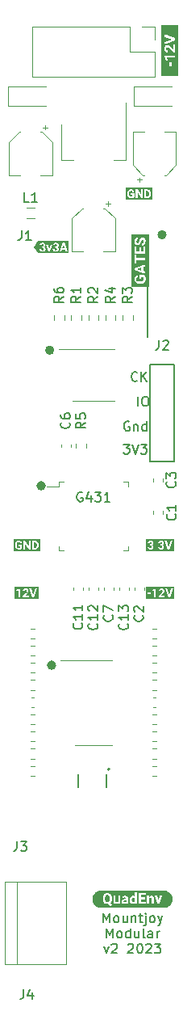
<source format=gbr>
%TF.GenerationSoftware,KiCad,Pcbnew,7.0.7*%
%TF.CreationDate,2023-08-21T16:40:19+01:00*%
%TF.ProjectId,QuadEnv_Components_2,51756164-456e-4765-9f43-6f6d706f6e65,rev?*%
%TF.SameCoordinates,Original*%
%TF.FileFunction,Legend,Top*%
%TF.FilePolarity,Positive*%
%FSLAX46Y46*%
G04 Gerber Fmt 4.6, Leading zero omitted, Abs format (unit mm)*
G04 Created by KiCad (PCBNEW 7.0.7) date 2023-08-21 16:40:19*
%MOMM*%
%LPD*%
G01*
G04 APERTURE LIST*
%ADD10C,0.475000*%
%ADD11C,0.200000*%
%ADD12C,0.150000*%
%ADD13C,0.120000*%
%ADD14C,0.127000*%
G04 APERTURE END LIST*
D10*
X66837500Y-73100000D02*
G75*
G03*
X66837500Y-73100000I-237500J0D01*
G01*
X55037500Y-85200000D02*
G75*
G03*
X55037500Y-85200000I-237500J0D01*
G01*
X55237500Y-118200000D02*
G75*
G03*
X55237500Y-118200000I-237500J0D01*
G01*
D11*
X65100000Y-78500000D02*
X65100000Y-83800000D01*
D10*
X54137500Y-99400000D02*
G75*
G03*
X54137500Y-99400000I-237500J0D01*
G01*
D12*
X58233333Y-100102438D02*
X58138095Y-100054819D01*
X58138095Y-100054819D02*
X57995238Y-100054819D01*
X57995238Y-100054819D02*
X57852381Y-100102438D01*
X57852381Y-100102438D02*
X57757143Y-100197676D01*
X57757143Y-100197676D02*
X57709524Y-100292914D01*
X57709524Y-100292914D02*
X57661905Y-100483390D01*
X57661905Y-100483390D02*
X57661905Y-100626247D01*
X57661905Y-100626247D02*
X57709524Y-100816723D01*
X57709524Y-100816723D02*
X57757143Y-100911961D01*
X57757143Y-100911961D02*
X57852381Y-101007200D01*
X57852381Y-101007200D02*
X57995238Y-101054819D01*
X57995238Y-101054819D02*
X58090476Y-101054819D01*
X58090476Y-101054819D02*
X58233333Y-101007200D01*
X58233333Y-101007200D02*
X58280952Y-100959580D01*
X58280952Y-100959580D02*
X58280952Y-100626247D01*
X58280952Y-100626247D02*
X58090476Y-100626247D01*
X59138095Y-100388152D02*
X59138095Y-101054819D01*
X58900000Y-100007200D02*
X58661905Y-100721485D01*
X58661905Y-100721485D02*
X59280952Y-100721485D01*
X59566667Y-100054819D02*
X60185714Y-100054819D01*
X60185714Y-100054819D02*
X59852381Y-100435771D01*
X59852381Y-100435771D02*
X59995238Y-100435771D01*
X59995238Y-100435771D02*
X60090476Y-100483390D01*
X60090476Y-100483390D02*
X60138095Y-100531009D01*
X60138095Y-100531009D02*
X60185714Y-100626247D01*
X60185714Y-100626247D02*
X60185714Y-100864342D01*
X60185714Y-100864342D02*
X60138095Y-100959580D01*
X60138095Y-100959580D02*
X60090476Y-101007200D01*
X60090476Y-101007200D02*
X59995238Y-101054819D01*
X59995238Y-101054819D02*
X59709524Y-101054819D01*
X59709524Y-101054819D02*
X59614286Y-101007200D01*
X59614286Y-101007200D02*
X59566667Y-100959580D01*
X61138095Y-101054819D02*
X60566667Y-101054819D01*
X60852381Y-101054819D02*
X60852381Y-100054819D01*
X60852381Y-100054819D02*
X60757143Y-100197676D01*
X60757143Y-100197676D02*
X60661905Y-100292914D01*
X60661905Y-100292914D02*
X60566667Y-100340533D01*
X52066666Y-152154819D02*
X52066666Y-152869104D01*
X52066666Y-152869104D02*
X52019047Y-153011961D01*
X52019047Y-153011961D02*
X51923809Y-153107200D01*
X51923809Y-153107200D02*
X51780952Y-153154819D01*
X51780952Y-153154819D02*
X51685714Y-153154819D01*
X52971428Y-152488152D02*
X52971428Y-153154819D01*
X52733333Y-152107200D02*
X52495238Y-152821485D01*
X52495238Y-152821485D02*
X53114285Y-152821485D01*
X60452381Y-145144819D02*
X60452381Y-144144819D01*
X60452381Y-144144819D02*
X60785714Y-144859104D01*
X60785714Y-144859104D02*
X61119047Y-144144819D01*
X61119047Y-144144819D02*
X61119047Y-145144819D01*
X61738095Y-145144819D02*
X61642857Y-145097200D01*
X61642857Y-145097200D02*
X61595238Y-145049580D01*
X61595238Y-145049580D02*
X61547619Y-144954342D01*
X61547619Y-144954342D02*
X61547619Y-144668628D01*
X61547619Y-144668628D02*
X61595238Y-144573390D01*
X61595238Y-144573390D02*
X61642857Y-144525771D01*
X61642857Y-144525771D02*
X61738095Y-144478152D01*
X61738095Y-144478152D02*
X61880952Y-144478152D01*
X61880952Y-144478152D02*
X61976190Y-144525771D01*
X61976190Y-144525771D02*
X62023809Y-144573390D01*
X62023809Y-144573390D02*
X62071428Y-144668628D01*
X62071428Y-144668628D02*
X62071428Y-144954342D01*
X62071428Y-144954342D02*
X62023809Y-145049580D01*
X62023809Y-145049580D02*
X61976190Y-145097200D01*
X61976190Y-145097200D02*
X61880952Y-145144819D01*
X61880952Y-145144819D02*
X61738095Y-145144819D01*
X62928571Y-144478152D02*
X62928571Y-145144819D01*
X62500000Y-144478152D02*
X62500000Y-145001961D01*
X62500000Y-145001961D02*
X62547619Y-145097200D01*
X62547619Y-145097200D02*
X62642857Y-145144819D01*
X62642857Y-145144819D02*
X62785714Y-145144819D01*
X62785714Y-145144819D02*
X62880952Y-145097200D01*
X62880952Y-145097200D02*
X62928571Y-145049580D01*
X63404762Y-144478152D02*
X63404762Y-145144819D01*
X63404762Y-144573390D02*
X63452381Y-144525771D01*
X63452381Y-144525771D02*
X63547619Y-144478152D01*
X63547619Y-144478152D02*
X63690476Y-144478152D01*
X63690476Y-144478152D02*
X63785714Y-144525771D01*
X63785714Y-144525771D02*
X63833333Y-144621009D01*
X63833333Y-144621009D02*
X63833333Y-145144819D01*
X64166667Y-144478152D02*
X64547619Y-144478152D01*
X64309524Y-144144819D02*
X64309524Y-145001961D01*
X64309524Y-145001961D02*
X64357143Y-145097200D01*
X64357143Y-145097200D02*
X64452381Y-145144819D01*
X64452381Y-145144819D02*
X64547619Y-145144819D01*
X64880953Y-144478152D02*
X64880953Y-145335295D01*
X64880953Y-145335295D02*
X64833334Y-145430533D01*
X64833334Y-145430533D02*
X64738096Y-145478152D01*
X64738096Y-145478152D02*
X64690477Y-145478152D01*
X64880953Y-144144819D02*
X64833334Y-144192438D01*
X64833334Y-144192438D02*
X64880953Y-144240057D01*
X64880953Y-144240057D02*
X64928572Y-144192438D01*
X64928572Y-144192438D02*
X64880953Y-144144819D01*
X64880953Y-144144819D02*
X64880953Y-144240057D01*
X65500000Y-145144819D02*
X65404762Y-145097200D01*
X65404762Y-145097200D02*
X65357143Y-145049580D01*
X65357143Y-145049580D02*
X65309524Y-144954342D01*
X65309524Y-144954342D02*
X65309524Y-144668628D01*
X65309524Y-144668628D02*
X65357143Y-144573390D01*
X65357143Y-144573390D02*
X65404762Y-144525771D01*
X65404762Y-144525771D02*
X65500000Y-144478152D01*
X65500000Y-144478152D02*
X65642857Y-144478152D01*
X65642857Y-144478152D02*
X65738095Y-144525771D01*
X65738095Y-144525771D02*
X65785714Y-144573390D01*
X65785714Y-144573390D02*
X65833333Y-144668628D01*
X65833333Y-144668628D02*
X65833333Y-144954342D01*
X65833333Y-144954342D02*
X65785714Y-145049580D01*
X65785714Y-145049580D02*
X65738095Y-145097200D01*
X65738095Y-145097200D02*
X65642857Y-145144819D01*
X65642857Y-145144819D02*
X65500000Y-145144819D01*
X66166667Y-144478152D02*
X66404762Y-145144819D01*
X66642857Y-144478152D02*
X66404762Y-145144819D01*
X66404762Y-145144819D02*
X66309524Y-145382914D01*
X66309524Y-145382914D02*
X66261905Y-145430533D01*
X66261905Y-145430533D02*
X66166667Y-145478152D01*
X60785714Y-146754819D02*
X60785714Y-145754819D01*
X60785714Y-145754819D02*
X61119047Y-146469104D01*
X61119047Y-146469104D02*
X61452380Y-145754819D01*
X61452380Y-145754819D02*
X61452380Y-146754819D01*
X62071428Y-146754819D02*
X61976190Y-146707200D01*
X61976190Y-146707200D02*
X61928571Y-146659580D01*
X61928571Y-146659580D02*
X61880952Y-146564342D01*
X61880952Y-146564342D02*
X61880952Y-146278628D01*
X61880952Y-146278628D02*
X61928571Y-146183390D01*
X61928571Y-146183390D02*
X61976190Y-146135771D01*
X61976190Y-146135771D02*
X62071428Y-146088152D01*
X62071428Y-146088152D02*
X62214285Y-146088152D01*
X62214285Y-146088152D02*
X62309523Y-146135771D01*
X62309523Y-146135771D02*
X62357142Y-146183390D01*
X62357142Y-146183390D02*
X62404761Y-146278628D01*
X62404761Y-146278628D02*
X62404761Y-146564342D01*
X62404761Y-146564342D02*
X62357142Y-146659580D01*
X62357142Y-146659580D02*
X62309523Y-146707200D01*
X62309523Y-146707200D02*
X62214285Y-146754819D01*
X62214285Y-146754819D02*
X62071428Y-146754819D01*
X63261904Y-146754819D02*
X63261904Y-145754819D01*
X63261904Y-146707200D02*
X63166666Y-146754819D01*
X63166666Y-146754819D02*
X62976190Y-146754819D01*
X62976190Y-146754819D02*
X62880952Y-146707200D01*
X62880952Y-146707200D02*
X62833333Y-146659580D01*
X62833333Y-146659580D02*
X62785714Y-146564342D01*
X62785714Y-146564342D02*
X62785714Y-146278628D01*
X62785714Y-146278628D02*
X62833333Y-146183390D01*
X62833333Y-146183390D02*
X62880952Y-146135771D01*
X62880952Y-146135771D02*
X62976190Y-146088152D01*
X62976190Y-146088152D02*
X63166666Y-146088152D01*
X63166666Y-146088152D02*
X63261904Y-146135771D01*
X64166666Y-146088152D02*
X64166666Y-146754819D01*
X63738095Y-146088152D02*
X63738095Y-146611961D01*
X63738095Y-146611961D02*
X63785714Y-146707200D01*
X63785714Y-146707200D02*
X63880952Y-146754819D01*
X63880952Y-146754819D02*
X64023809Y-146754819D01*
X64023809Y-146754819D02*
X64119047Y-146707200D01*
X64119047Y-146707200D02*
X64166666Y-146659580D01*
X64785714Y-146754819D02*
X64690476Y-146707200D01*
X64690476Y-146707200D02*
X64642857Y-146611961D01*
X64642857Y-146611961D02*
X64642857Y-145754819D01*
X65595238Y-146754819D02*
X65595238Y-146231009D01*
X65595238Y-146231009D02*
X65547619Y-146135771D01*
X65547619Y-146135771D02*
X65452381Y-146088152D01*
X65452381Y-146088152D02*
X65261905Y-146088152D01*
X65261905Y-146088152D02*
X65166667Y-146135771D01*
X65595238Y-146707200D02*
X65500000Y-146754819D01*
X65500000Y-146754819D02*
X65261905Y-146754819D01*
X65261905Y-146754819D02*
X65166667Y-146707200D01*
X65166667Y-146707200D02*
X65119048Y-146611961D01*
X65119048Y-146611961D02*
X65119048Y-146516723D01*
X65119048Y-146516723D02*
X65166667Y-146421485D01*
X65166667Y-146421485D02*
X65261905Y-146373866D01*
X65261905Y-146373866D02*
X65500000Y-146373866D01*
X65500000Y-146373866D02*
X65595238Y-146326247D01*
X66071429Y-146754819D02*
X66071429Y-146088152D01*
X66071429Y-146278628D02*
X66119048Y-146183390D01*
X66119048Y-146183390D02*
X66166667Y-146135771D01*
X66166667Y-146135771D02*
X66261905Y-146088152D01*
X66261905Y-146088152D02*
X66357143Y-146088152D01*
X60500000Y-147698152D02*
X60738095Y-148364819D01*
X60738095Y-148364819D02*
X60976190Y-147698152D01*
X61309524Y-147460057D02*
X61357143Y-147412438D01*
X61357143Y-147412438D02*
X61452381Y-147364819D01*
X61452381Y-147364819D02*
X61690476Y-147364819D01*
X61690476Y-147364819D02*
X61785714Y-147412438D01*
X61785714Y-147412438D02*
X61833333Y-147460057D01*
X61833333Y-147460057D02*
X61880952Y-147555295D01*
X61880952Y-147555295D02*
X61880952Y-147650533D01*
X61880952Y-147650533D02*
X61833333Y-147793390D01*
X61833333Y-147793390D02*
X61261905Y-148364819D01*
X61261905Y-148364819D02*
X61880952Y-148364819D01*
X63023810Y-147460057D02*
X63071429Y-147412438D01*
X63071429Y-147412438D02*
X63166667Y-147364819D01*
X63166667Y-147364819D02*
X63404762Y-147364819D01*
X63404762Y-147364819D02*
X63500000Y-147412438D01*
X63500000Y-147412438D02*
X63547619Y-147460057D01*
X63547619Y-147460057D02*
X63595238Y-147555295D01*
X63595238Y-147555295D02*
X63595238Y-147650533D01*
X63595238Y-147650533D02*
X63547619Y-147793390D01*
X63547619Y-147793390D02*
X62976191Y-148364819D01*
X62976191Y-148364819D02*
X63595238Y-148364819D01*
X64214286Y-147364819D02*
X64309524Y-147364819D01*
X64309524Y-147364819D02*
X64404762Y-147412438D01*
X64404762Y-147412438D02*
X64452381Y-147460057D01*
X64452381Y-147460057D02*
X64500000Y-147555295D01*
X64500000Y-147555295D02*
X64547619Y-147745771D01*
X64547619Y-147745771D02*
X64547619Y-147983866D01*
X64547619Y-147983866D02*
X64500000Y-148174342D01*
X64500000Y-148174342D02*
X64452381Y-148269580D01*
X64452381Y-148269580D02*
X64404762Y-148317200D01*
X64404762Y-148317200D02*
X64309524Y-148364819D01*
X64309524Y-148364819D02*
X64214286Y-148364819D01*
X64214286Y-148364819D02*
X64119048Y-148317200D01*
X64119048Y-148317200D02*
X64071429Y-148269580D01*
X64071429Y-148269580D02*
X64023810Y-148174342D01*
X64023810Y-148174342D02*
X63976191Y-147983866D01*
X63976191Y-147983866D02*
X63976191Y-147745771D01*
X63976191Y-147745771D02*
X64023810Y-147555295D01*
X64023810Y-147555295D02*
X64071429Y-147460057D01*
X64071429Y-147460057D02*
X64119048Y-147412438D01*
X64119048Y-147412438D02*
X64214286Y-147364819D01*
X64928572Y-147460057D02*
X64976191Y-147412438D01*
X64976191Y-147412438D02*
X65071429Y-147364819D01*
X65071429Y-147364819D02*
X65309524Y-147364819D01*
X65309524Y-147364819D02*
X65404762Y-147412438D01*
X65404762Y-147412438D02*
X65452381Y-147460057D01*
X65452381Y-147460057D02*
X65500000Y-147555295D01*
X65500000Y-147555295D02*
X65500000Y-147650533D01*
X65500000Y-147650533D02*
X65452381Y-147793390D01*
X65452381Y-147793390D02*
X64880953Y-148364819D01*
X64880953Y-148364819D02*
X65500000Y-148364819D01*
X65833334Y-147364819D02*
X66452381Y-147364819D01*
X66452381Y-147364819D02*
X66119048Y-147745771D01*
X66119048Y-147745771D02*
X66261905Y-147745771D01*
X66261905Y-147745771D02*
X66357143Y-147793390D01*
X66357143Y-147793390D02*
X66404762Y-147841009D01*
X66404762Y-147841009D02*
X66452381Y-147936247D01*
X66452381Y-147936247D02*
X66452381Y-148174342D01*
X66452381Y-148174342D02*
X66404762Y-148269580D01*
X66404762Y-148269580D02*
X66357143Y-148317200D01*
X66357143Y-148317200D02*
X66261905Y-148364819D01*
X66261905Y-148364819D02*
X65976191Y-148364819D01*
X65976191Y-148364819D02*
X65880953Y-148317200D01*
X65880953Y-148317200D02*
X65833334Y-148269580D01*
X51866666Y-72654819D02*
X51866666Y-73369104D01*
X51866666Y-73369104D02*
X51819047Y-73511961D01*
X51819047Y-73511961D02*
X51723809Y-73607200D01*
X51723809Y-73607200D02*
X51580952Y-73654819D01*
X51580952Y-73654819D02*
X51485714Y-73654819D01*
X52866666Y-73654819D02*
X52295238Y-73654819D01*
X52580952Y-73654819D02*
X52580952Y-72654819D01*
X52580952Y-72654819D02*
X52485714Y-72797676D01*
X52485714Y-72797676D02*
X52390476Y-72892914D01*
X52390476Y-72892914D02*
X52295238Y-72940533D01*
X51366666Y-136654819D02*
X51366666Y-137369104D01*
X51366666Y-137369104D02*
X51319047Y-137511961D01*
X51319047Y-137511961D02*
X51223809Y-137607200D01*
X51223809Y-137607200D02*
X51080952Y-137654819D01*
X51080952Y-137654819D02*
X50985714Y-137654819D01*
X51747619Y-136654819D02*
X52366666Y-136654819D01*
X52366666Y-136654819D02*
X52033333Y-137035771D01*
X52033333Y-137035771D02*
X52176190Y-137035771D01*
X52176190Y-137035771D02*
X52271428Y-137083390D01*
X52271428Y-137083390D02*
X52319047Y-137131009D01*
X52319047Y-137131009D02*
X52366666Y-137226247D01*
X52366666Y-137226247D02*
X52366666Y-137464342D01*
X52366666Y-137464342D02*
X52319047Y-137559580D01*
X52319047Y-137559580D02*
X52271428Y-137607200D01*
X52271428Y-137607200D02*
X52176190Y-137654819D01*
X52176190Y-137654819D02*
X51890476Y-137654819D01*
X51890476Y-137654819D02*
X51795238Y-137607200D01*
X51795238Y-137607200D02*
X51747619Y-137559580D01*
X66266666Y-84154819D02*
X66266666Y-84869104D01*
X66266666Y-84869104D02*
X66219047Y-85011961D01*
X66219047Y-85011961D02*
X66123809Y-85107200D01*
X66123809Y-85107200D02*
X65980952Y-85154819D01*
X65980952Y-85154819D02*
X65885714Y-85154819D01*
X66695238Y-84250057D02*
X66742857Y-84202438D01*
X66742857Y-84202438D02*
X66838095Y-84154819D01*
X66838095Y-84154819D02*
X67076190Y-84154819D01*
X67076190Y-84154819D02*
X67171428Y-84202438D01*
X67171428Y-84202438D02*
X67219047Y-84250057D01*
X67219047Y-84250057D02*
X67266666Y-84345295D01*
X67266666Y-84345295D02*
X67266666Y-84440533D01*
X67266666Y-84440533D02*
X67219047Y-84583390D01*
X67219047Y-84583390D02*
X66647619Y-85154819D01*
X66647619Y-85154819D02*
X67266666Y-85154819D01*
X63454819Y-79566666D02*
X62978628Y-79899999D01*
X63454819Y-80138094D02*
X62454819Y-80138094D01*
X62454819Y-80138094D02*
X62454819Y-79757142D01*
X62454819Y-79757142D02*
X62502438Y-79661904D01*
X62502438Y-79661904D02*
X62550057Y-79614285D01*
X62550057Y-79614285D02*
X62645295Y-79566666D01*
X62645295Y-79566666D02*
X62788152Y-79566666D01*
X62788152Y-79566666D02*
X62883390Y-79614285D01*
X62883390Y-79614285D02*
X62931009Y-79661904D01*
X62931009Y-79661904D02*
X62978628Y-79757142D01*
X62978628Y-79757142D02*
X62978628Y-80138094D01*
X62454819Y-79233332D02*
X62454819Y-78614285D01*
X62454819Y-78614285D02*
X62835771Y-78947618D01*
X62835771Y-78947618D02*
X62835771Y-78804761D01*
X62835771Y-78804761D02*
X62883390Y-78709523D01*
X62883390Y-78709523D02*
X62931009Y-78661904D01*
X62931009Y-78661904D02*
X63026247Y-78614285D01*
X63026247Y-78614285D02*
X63264342Y-78614285D01*
X63264342Y-78614285D02*
X63359580Y-78661904D01*
X63359580Y-78661904D02*
X63407200Y-78709523D01*
X63407200Y-78709523D02*
X63454819Y-78804761D01*
X63454819Y-78804761D02*
X63454819Y-79090475D01*
X63454819Y-79090475D02*
X63407200Y-79185713D01*
X63407200Y-79185713D02*
X63359580Y-79233332D01*
X58159580Y-113792857D02*
X58207200Y-113840476D01*
X58207200Y-113840476D02*
X58254819Y-113983333D01*
X58254819Y-113983333D02*
X58254819Y-114078571D01*
X58254819Y-114078571D02*
X58207200Y-114221428D01*
X58207200Y-114221428D02*
X58111961Y-114316666D01*
X58111961Y-114316666D02*
X58016723Y-114364285D01*
X58016723Y-114364285D02*
X57826247Y-114411904D01*
X57826247Y-114411904D02*
X57683390Y-114411904D01*
X57683390Y-114411904D02*
X57492914Y-114364285D01*
X57492914Y-114364285D02*
X57397676Y-114316666D01*
X57397676Y-114316666D02*
X57302438Y-114221428D01*
X57302438Y-114221428D02*
X57254819Y-114078571D01*
X57254819Y-114078571D02*
X57254819Y-113983333D01*
X57254819Y-113983333D02*
X57302438Y-113840476D01*
X57302438Y-113840476D02*
X57350057Y-113792857D01*
X58254819Y-112840476D02*
X58254819Y-113411904D01*
X58254819Y-113126190D02*
X57254819Y-113126190D01*
X57254819Y-113126190D02*
X57397676Y-113221428D01*
X57397676Y-113221428D02*
X57492914Y-113316666D01*
X57492914Y-113316666D02*
X57540533Y-113411904D01*
X58254819Y-111888095D02*
X58254819Y-112459523D01*
X58254819Y-112173809D02*
X57254819Y-112173809D01*
X57254819Y-112173809D02*
X57397676Y-112269047D01*
X57397676Y-112269047D02*
X57492914Y-112364285D01*
X57492914Y-112364285D02*
X57540533Y-112459523D01*
X61359580Y-112966666D02*
X61407200Y-113014285D01*
X61407200Y-113014285D02*
X61454819Y-113157142D01*
X61454819Y-113157142D02*
X61454819Y-113252380D01*
X61454819Y-113252380D02*
X61407200Y-113395237D01*
X61407200Y-113395237D02*
X61311961Y-113490475D01*
X61311961Y-113490475D02*
X61216723Y-113538094D01*
X61216723Y-113538094D02*
X61026247Y-113585713D01*
X61026247Y-113585713D02*
X60883390Y-113585713D01*
X60883390Y-113585713D02*
X60692914Y-113538094D01*
X60692914Y-113538094D02*
X60597676Y-113490475D01*
X60597676Y-113490475D02*
X60502438Y-113395237D01*
X60502438Y-113395237D02*
X60454819Y-113252380D01*
X60454819Y-113252380D02*
X60454819Y-113157142D01*
X60454819Y-113157142D02*
X60502438Y-113014285D01*
X60502438Y-113014285D02*
X60550057Y-112966666D01*
X60454819Y-112633332D02*
X60454819Y-111966666D01*
X60454819Y-111966666D02*
X61454819Y-112395237D01*
X61654819Y-79566666D02*
X61178628Y-79899999D01*
X61654819Y-80138094D02*
X60654819Y-80138094D01*
X60654819Y-80138094D02*
X60654819Y-79757142D01*
X60654819Y-79757142D02*
X60702438Y-79661904D01*
X60702438Y-79661904D02*
X60750057Y-79614285D01*
X60750057Y-79614285D02*
X60845295Y-79566666D01*
X60845295Y-79566666D02*
X60988152Y-79566666D01*
X60988152Y-79566666D02*
X61083390Y-79614285D01*
X61083390Y-79614285D02*
X61131009Y-79661904D01*
X61131009Y-79661904D02*
X61178628Y-79757142D01*
X61178628Y-79757142D02*
X61178628Y-80138094D01*
X60988152Y-78709523D02*
X61654819Y-78709523D01*
X60607200Y-78947618D02*
X61321485Y-79185713D01*
X61321485Y-79185713D02*
X61321485Y-78566666D01*
X52633333Y-69654819D02*
X52157143Y-69654819D01*
X52157143Y-69654819D02*
X52157143Y-68654819D01*
X53490476Y-69654819D02*
X52919048Y-69654819D01*
X53204762Y-69654819D02*
X53204762Y-68654819D01*
X53204762Y-68654819D02*
X53109524Y-68797676D01*
X53109524Y-68797676D02*
X53014286Y-68892914D01*
X53014286Y-68892914D02*
X52919048Y-68940533D01*
X58554819Y-92766666D02*
X58078628Y-93099999D01*
X58554819Y-93338094D02*
X57554819Y-93338094D01*
X57554819Y-93338094D02*
X57554819Y-92957142D01*
X57554819Y-92957142D02*
X57602438Y-92861904D01*
X57602438Y-92861904D02*
X57650057Y-92814285D01*
X57650057Y-92814285D02*
X57745295Y-92766666D01*
X57745295Y-92766666D02*
X57888152Y-92766666D01*
X57888152Y-92766666D02*
X57983390Y-92814285D01*
X57983390Y-92814285D02*
X58031009Y-92861904D01*
X58031009Y-92861904D02*
X58078628Y-92957142D01*
X58078628Y-92957142D02*
X58078628Y-93338094D01*
X57554819Y-91861904D02*
X57554819Y-92338094D01*
X57554819Y-92338094D02*
X58031009Y-92385713D01*
X58031009Y-92385713D02*
X57983390Y-92338094D01*
X57983390Y-92338094D02*
X57935771Y-92242856D01*
X57935771Y-92242856D02*
X57935771Y-92004761D01*
X57935771Y-92004761D02*
X57983390Y-91909523D01*
X57983390Y-91909523D02*
X58031009Y-91861904D01*
X58031009Y-91861904D02*
X58126247Y-91814285D01*
X58126247Y-91814285D02*
X58364342Y-91814285D01*
X58364342Y-91814285D02*
X58459580Y-91861904D01*
X58459580Y-91861904D02*
X58507200Y-91909523D01*
X58507200Y-91909523D02*
X58554819Y-92004761D01*
X58554819Y-92004761D02*
X58554819Y-92242856D01*
X58554819Y-92242856D02*
X58507200Y-92338094D01*
X58507200Y-92338094D02*
X58459580Y-92385713D01*
X67959580Y-98966666D02*
X68007200Y-99014285D01*
X68007200Y-99014285D02*
X68054819Y-99157142D01*
X68054819Y-99157142D02*
X68054819Y-99252380D01*
X68054819Y-99252380D02*
X68007200Y-99395237D01*
X68007200Y-99395237D02*
X67911961Y-99490475D01*
X67911961Y-99490475D02*
X67816723Y-99538094D01*
X67816723Y-99538094D02*
X67626247Y-99585713D01*
X67626247Y-99585713D02*
X67483390Y-99585713D01*
X67483390Y-99585713D02*
X67292914Y-99538094D01*
X67292914Y-99538094D02*
X67197676Y-99490475D01*
X67197676Y-99490475D02*
X67102438Y-99395237D01*
X67102438Y-99395237D02*
X67054819Y-99252380D01*
X67054819Y-99252380D02*
X67054819Y-99157142D01*
X67054819Y-99157142D02*
X67102438Y-99014285D01*
X67102438Y-99014285D02*
X67150057Y-98966666D01*
X67054819Y-98633332D02*
X67054819Y-98014285D01*
X67054819Y-98014285D02*
X67435771Y-98347618D01*
X67435771Y-98347618D02*
X67435771Y-98204761D01*
X67435771Y-98204761D02*
X67483390Y-98109523D01*
X67483390Y-98109523D02*
X67531009Y-98061904D01*
X67531009Y-98061904D02*
X67626247Y-98014285D01*
X67626247Y-98014285D02*
X67864342Y-98014285D01*
X67864342Y-98014285D02*
X67959580Y-98061904D01*
X67959580Y-98061904D02*
X68007200Y-98109523D01*
X68007200Y-98109523D02*
X68054819Y-98204761D01*
X68054819Y-98204761D02*
X68054819Y-98490475D01*
X68054819Y-98490475D02*
X68007200Y-98585713D01*
X68007200Y-98585713D02*
X67959580Y-98633332D01*
X59759580Y-113842857D02*
X59807200Y-113890476D01*
X59807200Y-113890476D02*
X59854819Y-114033333D01*
X59854819Y-114033333D02*
X59854819Y-114128571D01*
X59854819Y-114128571D02*
X59807200Y-114271428D01*
X59807200Y-114271428D02*
X59711961Y-114366666D01*
X59711961Y-114366666D02*
X59616723Y-114414285D01*
X59616723Y-114414285D02*
X59426247Y-114461904D01*
X59426247Y-114461904D02*
X59283390Y-114461904D01*
X59283390Y-114461904D02*
X59092914Y-114414285D01*
X59092914Y-114414285D02*
X58997676Y-114366666D01*
X58997676Y-114366666D02*
X58902438Y-114271428D01*
X58902438Y-114271428D02*
X58854819Y-114128571D01*
X58854819Y-114128571D02*
X58854819Y-114033333D01*
X58854819Y-114033333D02*
X58902438Y-113890476D01*
X58902438Y-113890476D02*
X58950057Y-113842857D01*
X59854819Y-112890476D02*
X59854819Y-113461904D01*
X59854819Y-113176190D02*
X58854819Y-113176190D01*
X58854819Y-113176190D02*
X58997676Y-113271428D01*
X58997676Y-113271428D02*
X59092914Y-113366666D01*
X59092914Y-113366666D02*
X59140533Y-113461904D01*
X58950057Y-112509523D02*
X58902438Y-112461904D01*
X58902438Y-112461904D02*
X58854819Y-112366666D01*
X58854819Y-112366666D02*
X58854819Y-112128571D01*
X58854819Y-112128571D02*
X58902438Y-112033333D01*
X58902438Y-112033333D02*
X58950057Y-111985714D01*
X58950057Y-111985714D02*
X59045295Y-111938095D01*
X59045295Y-111938095D02*
X59140533Y-111938095D01*
X59140533Y-111938095D02*
X59283390Y-111985714D01*
X59283390Y-111985714D02*
X59854819Y-112557142D01*
X59854819Y-112557142D02*
X59854819Y-111938095D01*
X56254819Y-79566666D02*
X55778628Y-79899999D01*
X56254819Y-80138094D02*
X55254819Y-80138094D01*
X55254819Y-80138094D02*
X55254819Y-79757142D01*
X55254819Y-79757142D02*
X55302438Y-79661904D01*
X55302438Y-79661904D02*
X55350057Y-79614285D01*
X55350057Y-79614285D02*
X55445295Y-79566666D01*
X55445295Y-79566666D02*
X55588152Y-79566666D01*
X55588152Y-79566666D02*
X55683390Y-79614285D01*
X55683390Y-79614285D02*
X55731009Y-79661904D01*
X55731009Y-79661904D02*
X55778628Y-79757142D01*
X55778628Y-79757142D02*
X55778628Y-80138094D01*
X55254819Y-78709523D02*
X55254819Y-78899999D01*
X55254819Y-78899999D02*
X55302438Y-78995237D01*
X55302438Y-78995237D02*
X55350057Y-79042856D01*
X55350057Y-79042856D02*
X55492914Y-79138094D01*
X55492914Y-79138094D02*
X55683390Y-79185713D01*
X55683390Y-79185713D02*
X56064342Y-79185713D01*
X56064342Y-79185713D02*
X56159580Y-79138094D01*
X56159580Y-79138094D02*
X56207200Y-79090475D01*
X56207200Y-79090475D02*
X56254819Y-78995237D01*
X56254819Y-78995237D02*
X56254819Y-78804761D01*
X56254819Y-78804761D02*
X56207200Y-78709523D01*
X56207200Y-78709523D02*
X56159580Y-78661904D01*
X56159580Y-78661904D02*
X56064342Y-78614285D01*
X56064342Y-78614285D02*
X55826247Y-78614285D01*
X55826247Y-78614285D02*
X55731009Y-78661904D01*
X55731009Y-78661904D02*
X55683390Y-78709523D01*
X55683390Y-78709523D02*
X55635771Y-78804761D01*
X55635771Y-78804761D02*
X55635771Y-78995237D01*
X55635771Y-78995237D02*
X55683390Y-79090475D01*
X55683390Y-79090475D02*
X55731009Y-79138094D01*
X55731009Y-79138094D02*
X55826247Y-79185713D01*
X67989580Y-102366666D02*
X68037200Y-102414285D01*
X68037200Y-102414285D02*
X68084819Y-102557142D01*
X68084819Y-102557142D02*
X68084819Y-102652380D01*
X68084819Y-102652380D02*
X68037200Y-102795237D01*
X68037200Y-102795237D02*
X67941961Y-102890475D01*
X67941961Y-102890475D02*
X67846723Y-102938094D01*
X67846723Y-102938094D02*
X67656247Y-102985713D01*
X67656247Y-102985713D02*
X67513390Y-102985713D01*
X67513390Y-102985713D02*
X67322914Y-102938094D01*
X67322914Y-102938094D02*
X67227676Y-102890475D01*
X67227676Y-102890475D02*
X67132438Y-102795237D01*
X67132438Y-102795237D02*
X67084819Y-102652380D01*
X67084819Y-102652380D02*
X67084819Y-102557142D01*
X67084819Y-102557142D02*
X67132438Y-102414285D01*
X67132438Y-102414285D02*
X67180057Y-102366666D01*
X68084819Y-101414285D02*
X68084819Y-101985713D01*
X68084819Y-101699999D02*
X67084819Y-101699999D01*
X67084819Y-101699999D02*
X67227676Y-101795237D01*
X67227676Y-101795237D02*
X67322914Y-101890475D01*
X67322914Y-101890475D02*
X67370533Y-101985713D01*
X58054819Y-79566666D02*
X57578628Y-79899999D01*
X58054819Y-80138094D02*
X57054819Y-80138094D01*
X57054819Y-80138094D02*
X57054819Y-79757142D01*
X57054819Y-79757142D02*
X57102438Y-79661904D01*
X57102438Y-79661904D02*
X57150057Y-79614285D01*
X57150057Y-79614285D02*
X57245295Y-79566666D01*
X57245295Y-79566666D02*
X57388152Y-79566666D01*
X57388152Y-79566666D02*
X57483390Y-79614285D01*
X57483390Y-79614285D02*
X57531009Y-79661904D01*
X57531009Y-79661904D02*
X57578628Y-79757142D01*
X57578628Y-79757142D02*
X57578628Y-80138094D01*
X58054819Y-78614285D02*
X58054819Y-79185713D01*
X58054819Y-78899999D02*
X57054819Y-78899999D01*
X57054819Y-78899999D02*
X57197676Y-78995237D01*
X57197676Y-78995237D02*
X57292914Y-79090475D01*
X57292914Y-79090475D02*
X57340533Y-79185713D01*
X56859580Y-92766666D02*
X56907200Y-92814285D01*
X56907200Y-92814285D02*
X56954819Y-92957142D01*
X56954819Y-92957142D02*
X56954819Y-93052380D01*
X56954819Y-93052380D02*
X56907200Y-93195237D01*
X56907200Y-93195237D02*
X56811961Y-93290475D01*
X56811961Y-93290475D02*
X56716723Y-93338094D01*
X56716723Y-93338094D02*
X56526247Y-93385713D01*
X56526247Y-93385713D02*
X56383390Y-93385713D01*
X56383390Y-93385713D02*
X56192914Y-93338094D01*
X56192914Y-93338094D02*
X56097676Y-93290475D01*
X56097676Y-93290475D02*
X56002438Y-93195237D01*
X56002438Y-93195237D02*
X55954819Y-93052380D01*
X55954819Y-93052380D02*
X55954819Y-92957142D01*
X55954819Y-92957142D02*
X56002438Y-92814285D01*
X56002438Y-92814285D02*
X56050057Y-92766666D01*
X55954819Y-91909523D02*
X55954819Y-92099999D01*
X55954819Y-92099999D02*
X56002438Y-92195237D01*
X56002438Y-92195237D02*
X56050057Y-92242856D01*
X56050057Y-92242856D02*
X56192914Y-92338094D01*
X56192914Y-92338094D02*
X56383390Y-92385713D01*
X56383390Y-92385713D02*
X56764342Y-92385713D01*
X56764342Y-92385713D02*
X56859580Y-92338094D01*
X56859580Y-92338094D02*
X56907200Y-92290475D01*
X56907200Y-92290475D02*
X56954819Y-92195237D01*
X56954819Y-92195237D02*
X56954819Y-92004761D01*
X56954819Y-92004761D02*
X56907200Y-91909523D01*
X56907200Y-91909523D02*
X56859580Y-91861904D01*
X56859580Y-91861904D02*
X56764342Y-91814285D01*
X56764342Y-91814285D02*
X56526247Y-91814285D01*
X56526247Y-91814285D02*
X56431009Y-91861904D01*
X56431009Y-91861904D02*
X56383390Y-91909523D01*
X56383390Y-91909523D02*
X56335771Y-92004761D01*
X56335771Y-92004761D02*
X56335771Y-92195237D01*
X56335771Y-92195237D02*
X56383390Y-92290475D01*
X56383390Y-92290475D02*
X56431009Y-92338094D01*
X56431009Y-92338094D02*
X56526247Y-92385713D01*
X64559580Y-112966666D02*
X64607200Y-113014285D01*
X64607200Y-113014285D02*
X64654819Y-113157142D01*
X64654819Y-113157142D02*
X64654819Y-113252380D01*
X64654819Y-113252380D02*
X64607200Y-113395237D01*
X64607200Y-113395237D02*
X64511961Y-113490475D01*
X64511961Y-113490475D02*
X64416723Y-113538094D01*
X64416723Y-113538094D02*
X64226247Y-113585713D01*
X64226247Y-113585713D02*
X64083390Y-113585713D01*
X64083390Y-113585713D02*
X63892914Y-113538094D01*
X63892914Y-113538094D02*
X63797676Y-113490475D01*
X63797676Y-113490475D02*
X63702438Y-113395237D01*
X63702438Y-113395237D02*
X63654819Y-113252380D01*
X63654819Y-113252380D02*
X63654819Y-113157142D01*
X63654819Y-113157142D02*
X63702438Y-113014285D01*
X63702438Y-113014285D02*
X63750057Y-112966666D01*
X63750057Y-112585713D02*
X63702438Y-112538094D01*
X63702438Y-112538094D02*
X63654819Y-112442856D01*
X63654819Y-112442856D02*
X63654819Y-112204761D01*
X63654819Y-112204761D02*
X63702438Y-112109523D01*
X63702438Y-112109523D02*
X63750057Y-112061904D01*
X63750057Y-112061904D02*
X63845295Y-112014285D01*
X63845295Y-112014285D02*
X63940533Y-112014285D01*
X63940533Y-112014285D02*
X64083390Y-112061904D01*
X64083390Y-112061904D02*
X64654819Y-112633332D01*
X64654819Y-112633332D02*
X64654819Y-112014285D01*
X63157142Y-92702438D02*
X63061904Y-92654819D01*
X63061904Y-92654819D02*
X62919047Y-92654819D01*
X62919047Y-92654819D02*
X62776190Y-92702438D01*
X62776190Y-92702438D02*
X62680952Y-92797676D01*
X62680952Y-92797676D02*
X62633333Y-92892914D01*
X62633333Y-92892914D02*
X62585714Y-93083390D01*
X62585714Y-93083390D02*
X62585714Y-93226247D01*
X62585714Y-93226247D02*
X62633333Y-93416723D01*
X62633333Y-93416723D02*
X62680952Y-93511961D01*
X62680952Y-93511961D02*
X62776190Y-93607200D01*
X62776190Y-93607200D02*
X62919047Y-93654819D01*
X62919047Y-93654819D02*
X63014285Y-93654819D01*
X63014285Y-93654819D02*
X63157142Y-93607200D01*
X63157142Y-93607200D02*
X63204761Y-93559580D01*
X63204761Y-93559580D02*
X63204761Y-93226247D01*
X63204761Y-93226247D02*
X63014285Y-93226247D01*
X63633333Y-92988152D02*
X63633333Y-93654819D01*
X63633333Y-93083390D02*
X63680952Y-93035771D01*
X63680952Y-93035771D02*
X63776190Y-92988152D01*
X63776190Y-92988152D02*
X63919047Y-92988152D01*
X63919047Y-92988152D02*
X64014285Y-93035771D01*
X64014285Y-93035771D02*
X64061904Y-93131009D01*
X64061904Y-93131009D02*
X64061904Y-93654819D01*
X64966666Y-93654819D02*
X64966666Y-92654819D01*
X64966666Y-93607200D02*
X64871428Y-93654819D01*
X64871428Y-93654819D02*
X64680952Y-93654819D01*
X64680952Y-93654819D02*
X64585714Y-93607200D01*
X64585714Y-93607200D02*
X64538095Y-93559580D01*
X64538095Y-93559580D02*
X64490476Y-93464342D01*
X64490476Y-93464342D02*
X64490476Y-93178628D01*
X64490476Y-93178628D02*
X64538095Y-93083390D01*
X64538095Y-93083390D02*
X64585714Y-93035771D01*
X64585714Y-93035771D02*
X64680952Y-92988152D01*
X64680952Y-92988152D02*
X64871428Y-92988152D01*
X64871428Y-92988152D02*
X64966666Y-93035771D01*
X64009523Y-88359580D02*
X63961904Y-88407200D01*
X63961904Y-88407200D02*
X63819047Y-88454819D01*
X63819047Y-88454819D02*
X63723809Y-88454819D01*
X63723809Y-88454819D02*
X63580952Y-88407200D01*
X63580952Y-88407200D02*
X63485714Y-88311961D01*
X63485714Y-88311961D02*
X63438095Y-88216723D01*
X63438095Y-88216723D02*
X63390476Y-88026247D01*
X63390476Y-88026247D02*
X63390476Y-87883390D01*
X63390476Y-87883390D02*
X63438095Y-87692914D01*
X63438095Y-87692914D02*
X63485714Y-87597676D01*
X63485714Y-87597676D02*
X63580952Y-87502438D01*
X63580952Y-87502438D02*
X63723809Y-87454819D01*
X63723809Y-87454819D02*
X63819047Y-87454819D01*
X63819047Y-87454819D02*
X63961904Y-87502438D01*
X63961904Y-87502438D02*
X64009523Y-87550057D01*
X64438095Y-88454819D02*
X64438095Y-87454819D01*
X65009523Y-88454819D02*
X64580952Y-87883390D01*
X65009523Y-87454819D02*
X64438095Y-88026247D01*
X64076191Y-91054819D02*
X64076191Y-90054819D01*
X64742857Y-90054819D02*
X64933333Y-90054819D01*
X64933333Y-90054819D02*
X65028571Y-90102438D01*
X65028571Y-90102438D02*
X65123809Y-90197676D01*
X65123809Y-90197676D02*
X65171428Y-90388152D01*
X65171428Y-90388152D02*
X65171428Y-90721485D01*
X65171428Y-90721485D02*
X65123809Y-90911961D01*
X65123809Y-90911961D02*
X65028571Y-91007200D01*
X65028571Y-91007200D02*
X64933333Y-91054819D01*
X64933333Y-91054819D02*
X64742857Y-91054819D01*
X64742857Y-91054819D02*
X64647619Y-91007200D01*
X64647619Y-91007200D02*
X64552381Y-90911961D01*
X64552381Y-90911961D02*
X64504762Y-90721485D01*
X64504762Y-90721485D02*
X64504762Y-90388152D01*
X64504762Y-90388152D02*
X64552381Y-90197676D01*
X64552381Y-90197676D02*
X64647619Y-90102438D01*
X64647619Y-90102438D02*
X64742857Y-90054819D01*
X62561905Y-95054819D02*
X63180952Y-95054819D01*
X63180952Y-95054819D02*
X62847619Y-95435771D01*
X62847619Y-95435771D02*
X62990476Y-95435771D01*
X62990476Y-95435771D02*
X63085714Y-95483390D01*
X63085714Y-95483390D02*
X63133333Y-95531009D01*
X63133333Y-95531009D02*
X63180952Y-95626247D01*
X63180952Y-95626247D02*
X63180952Y-95864342D01*
X63180952Y-95864342D02*
X63133333Y-95959580D01*
X63133333Y-95959580D02*
X63085714Y-96007200D01*
X63085714Y-96007200D02*
X62990476Y-96054819D01*
X62990476Y-96054819D02*
X62704762Y-96054819D01*
X62704762Y-96054819D02*
X62609524Y-96007200D01*
X62609524Y-96007200D02*
X62561905Y-95959580D01*
X63466667Y-95054819D02*
X63800000Y-96054819D01*
X63800000Y-96054819D02*
X64133333Y-95054819D01*
X64371429Y-95054819D02*
X64990476Y-95054819D01*
X64990476Y-95054819D02*
X64657143Y-95435771D01*
X64657143Y-95435771D02*
X64800000Y-95435771D01*
X64800000Y-95435771D02*
X64895238Y-95483390D01*
X64895238Y-95483390D02*
X64942857Y-95531009D01*
X64942857Y-95531009D02*
X64990476Y-95626247D01*
X64990476Y-95626247D02*
X64990476Y-95864342D01*
X64990476Y-95864342D02*
X64942857Y-95959580D01*
X64942857Y-95959580D02*
X64895238Y-96007200D01*
X64895238Y-96007200D02*
X64800000Y-96054819D01*
X64800000Y-96054819D02*
X64514286Y-96054819D01*
X64514286Y-96054819D02*
X64419048Y-96007200D01*
X64419048Y-96007200D02*
X64371429Y-95959580D01*
X59854819Y-79566666D02*
X59378628Y-79899999D01*
X59854819Y-80138094D02*
X58854819Y-80138094D01*
X58854819Y-80138094D02*
X58854819Y-79757142D01*
X58854819Y-79757142D02*
X58902438Y-79661904D01*
X58902438Y-79661904D02*
X58950057Y-79614285D01*
X58950057Y-79614285D02*
X59045295Y-79566666D01*
X59045295Y-79566666D02*
X59188152Y-79566666D01*
X59188152Y-79566666D02*
X59283390Y-79614285D01*
X59283390Y-79614285D02*
X59331009Y-79661904D01*
X59331009Y-79661904D02*
X59378628Y-79757142D01*
X59378628Y-79757142D02*
X59378628Y-80138094D01*
X58950057Y-79185713D02*
X58902438Y-79138094D01*
X58902438Y-79138094D02*
X58854819Y-79042856D01*
X58854819Y-79042856D02*
X58854819Y-78804761D01*
X58854819Y-78804761D02*
X58902438Y-78709523D01*
X58902438Y-78709523D02*
X58950057Y-78661904D01*
X58950057Y-78661904D02*
X59045295Y-78614285D01*
X59045295Y-78614285D02*
X59140533Y-78614285D01*
X59140533Y-78614285D02*
X59283390Y-78661904D01*
X59283390Y-78661904D02*
X59854819Y-79233332D01*
X59854819Y-79233332D02*
X59854819Y-78614285D01*
X62959580Y-113842857D02*
X63007200Y-113890476D01*
X63007200Y-113890476D02*
X63054819Y-114033333D01*
X63054819Y-114033333D02*
X63054819Y-114128571D01*
X63054819Y-114128571D02*
X63007200Y-114271428D01*
X63007200Y-114271428D02*
X62911961Y-114366666D01*
X62911961Y-114366666D02*
X62816723Y-114414285D01*
X62816723Y-114414285D02*
X62626247Y-114461904D01*
X62626247Y-114461904D02*
X62483390Y-114461904D01*
X62483390Y-114461904D02*
X62292914Y-114414285D01*
X62292914Y-114414285D02*
X62197676Y-114366666D01*
X62197676Y-114366666D02*
X62102438Y-114271428D01*
X62102438Y-114271428D02*
X62054819Y-114128571D01*
X62054819Y-114128571D02*
X62054819Y-114033333D01*
X62054819Y-114033333D02*
X62102438Y-113890476D01*
X62102438Y-113890476D02*
X62150057Y-113842857D01*
X63054819Y-112890476D02*
X63054819Y-113461904D01*
X63054819Y-113176190D02*
X62054819Y-113176190D01*
X62054819Y-113176190D02*
X62197676Y-113271428D01*
X62197676Y-113271428D02*
X62292914Y-113366666D01*
X62292914Y-113366666D02*
X62340533Y-113461904D01*
X62054819Y-112557142D02*
X62054819Y-111938095D01*
X62054819Y-111938095D02*
X62435771Y-112271428D01*
X62435771Y-112271428D02*
X62435771Y-112128571D01*
X62435771Y-112128571D02*
X62483390Y-112033333D01*
X62483390Y-112033333D02*
X62531009Y-111985714D01*
X62531009Y-111985714D02*
X62626247Y-111938095D01*
X62626247Y-111938095D02*
X62864342Y-111938095D01*
X62864342Y-111938095D02*
X62959580Y-111985714D01*
X62959580Y-111985714D02*
X63007200Y-112033333D01*
X63007200Y-112033333D02*
X63054819Y-112128571D01*
X63054819Y-112128571D02*
X63054819Y-112414285D01*
X63054819Y-112414285D02*
X63007200Y-112509523D01*
X63007200Y-112509523D02*
X62959580Y-112557142D01*
D13*
%TO.C,R22*%
X65562742Y-126947500D02*
X66037258Y-126947500D01*
X65562742Y-127992500D02*
X66037258Y-127992500D01*
D14*
%TO.C,U5*%
X60800000Y-129600000D02*
X60800000Y-131000000D01*
X57800000Y-131000000D02*
X57800000Y-129600000D01*
D11*
X61100000Y-129100000D02*
G75*
G03*
X61100000Y-129100000I-100000J0D01*
G01*
D13*
%TO.C,C4*%
X54360000Y-61600000D02*
X54360000Y-62100000D01*
X54610000Y-61850000D02*
X54110000Y-61850000D01*
X53995563Y-62340000D02*
X53860000Y-62340000D01*
X53995563Y-62340000D02*
X55060000Y-63404437D01*
X51604437Y-62340000D02*
X51740000Y-62340000D01*
X51604437Y-62340000D02*
X50540000Y-63404437D01*
X55060000Y-63404437D02*
X55060000Y-66860000D01*
X50540000Y-63404437D02*
X50540000Y-66860000D01*
X55060000Y-66860000D02*
X53860000Y-66860000D01*
X50540000Y-66860000D02*
X51740000Y-66860000D01*
%TO.C,C5*%
X64240000Y-67600000D02*
X64240000Y-67100000D01*
X63990000Y-67350000D02*
X64490000Y-67350000D01*
X64604437Y-66860000D02*
X64740000Y-66860000D01*
X64604437Y-66860000D02*
X63540000Y-65795563D01*
X66995563Y-66860000D02*
X66860000Y-66860000D01*
X66995563Y-66860000D02*
X68060000Y-65795563D01*
X63540000Y-65795563D02*
X63540000Y-62340000D01*
X68060000Y-65795563D02*
X68060000Y-62340000D01*
X63540000Y-62340000D02*
X64740000Y-62340000D01*
X68060000Y-62340000D02*
X66860000Y-62340000D01*
%TO.C,R3*%
X62477500Y-82037258D02*
X62477500Y-81562742D01*
X63522500Y-82037258D02*
X63522500Y-81562742D01*
%TO.C,C11*%
X57290000Y-110340580D02*
X57290000Y-110059420D01*
X58310000Y-110340580D02*
X58310000Y-110059420D01*
%TO.C,R16*%
X65562742Y-117947500D02*
X66037258Y-117947500D01*
X65562742Y-118992500D02*
X66037258Y-118992500D01*
%TO.C,C7*%
X61510000Y-110059420D02*
X61510000Y-110340580D01*
X60490000Y-110059420D02*
X60490000Y-110340580D01*
%TO.C,U4*%
X59400000Y-117665000D02*
X55950000Y-117665000D01*
X59400000Y-117665000D02*
X61350000Y-117665000D01*
X59400000Y-126535000D02*
X57450000Y-126535000D01*
X59400000Y-126535000D02*
X61350000Y-126535000D01*
%TO.C,R4*%
X60677500Y-82037258D02*
X60677500Y-81562742D01*
X61722500Y-82037258D02*
X61722500Y-81562742D01*
%TO.C,R9*%
X53237258Y-120792500D02*
X52762742Y-120792500D01*
X53237258Y-119747500D02*
X52762742Y-119747500D01*
%TO.C,kibuzzard-6409FE57*%
G36*
X53321339Y-105316994D02*
G01*
X53391567Y-105370247D01*
X53423262Y-105424989D01*
X53442279Y-105494546D01*
X53448618Y-105578916D01*
X53448618Y-105626665D01*
X53441521Y-105708314D01*
X53421884Y-105776320D01*
X53389707Y-105830684D01*
X53319169Y-105884169D01*
X53222896Y-105901997D01*
X53132979Y-105901997D01*
X53132979Y-105299243D01*
X53224756Y-105299243D01*
X53321339Y-105316994D01*
G37*
G36*
X53795884Y-106222598D02*
G01*
X53637134Y-106222598D01*
X52946943Y-106222598D01*
X52784473Y-106222598D01*
X51554160Y-106222598D01*
X51162866Y-106222598D01*
X51004116Y-106222598D01*
X51004116Y-105635347D01*
X51162866Y-105635347D01*
X51168895Y-105719200D01*
X51185328Y-105795475D01*
X51212166Y-105864170D01*
X51270302Y-105949979D01*
X51348591Y-106012688D01*
X51410706Y-106041110D01*
X51479229Y-106058163D01*
X51554160Y-106063848D01*
X51660820Y-106055554D01*
X51757559Y-106030671D01*
X51838949Y-105990751D01*
X51899565Y-105937344D01*
X51899565Y-105577056D01*
X51544238Y-105577056D01*
X51544238Y-105714102D01*
X51713530Y-105714102D01*
X51713530Y-105869751D01*
X51653844Y-105903237D01*
X51564082Y-105914399D01*
X51472460Y-105896261D01*
X51405952Y-105841846D01*
X51375980Y-105785760D01*
X51357996Y-105714239D01*
X51352002Y-105627285D01*
X51352002Y-105569614D01*
X51357859Y-105483487D01*
X51374602Y-105412794D01*
X51402231Y-105357534D01*
X51463158Y-105304049D01*
X51546719Y-105286221D01*
X51613149Y-105295212D01*
X51663611Y-105322187D01*
X51698570Y-105368541D01*
X51718491Y-105435669D01*
X51899565Y-105435669D01*
X51880204Y-105345855D01*
X51844444Y-105271545D01*
X51792285Y-105212737D01*
X51724141Y-105170190D01*
X51653192Y-105148555D01*
X52050254Y-105148555D01*
X52050254Y-106051445D01*
X52236289Y-106051445D01*
X52236289Y-105457373D01*
X52598438Y-106051445D01*
X52784473Y-106051445D01*
X52784473Y-105148555D01*
X52946943Y-105148555D01*
X52946943Y-106051445D01*
X53226616Y-106051445D01*
X53302891Y-106045106D01*
X53373791Y-106026916D01*
X53439316Y-105996875D01*
X53497435Y-105956016D01*
X53546114Y-105905373D01*
X53585354Y-105844946D01*
X53614121Y-105776527D01*
X53631380Y-105701906D01*
X53637134Y-105621084D01*
X53637134Y-105579536D01*
X53631277Y-105498611D01*
X53613707Y-105423680D01*
X53584424Y-105354744D01*
X53544702Y-105293834D01*
X53495816Y-105242985D01*
X53437766Y-105202195D01*
X53372344Y-105172395D01*
X53301340Y-105154515D01*
X53224756Y-105148555D01*
X52946943Y-105148555D01*
X52784473Y-105148555D01*
X52599058Y-105148555D01*
X52599058Y-105743867D01*
X52236289Y-105148555D01*
X52050254Y-105148555D01*
X51653192Y-105148555D01*
X51640425Y-105144662D01*
X51541138Y-105136152D01*
X51467516Y-105141975D01*
X51400440Y-105159441D01*
X51339910Y-105188552D01*
X51264100Y-105252579D01*
X51208445Y-105339861D01*
X51183123Y-105409831D01*
X51167931Y-105487862D01*
X51162866Y-105573955D01*
X51162866Y-105635347D01*
X51004116Y-105635347D01*
X51004116Y-104977402D01*
X51162866Y-104977402D01*
X53637134Y-104977402D01*
X53795884Y-104977402D01*
X53795884Y-106222598D01*
G37*
%TO.C,L1*%
X53210242Y-71360000D02*
X52389758Y-71360000D01*
X53210242Y-70240000D02*
X52389758Y-70240000D01*
%TO.C,C8*%
X60960000Y-69600000D02*
X60960000Y-70100000D01*
X61210000Y-69850000D02*
X60710000Y-69850000D01*
X60595563Y-70340000D02*
X60460000Y-70340000D01*
X60595563Y-70340000D02*
X61660000Y-71404437D01*
X58204437Y-70340000D02*
X58340000Y-70340000D01*
X58204437Y-70340000D02*
X57140000Y-71404437D01*
X61660000Y-71404437D02*
X61660000Y-74860000D01*
X57140000Y-71404437D02*
X57140000Y-74860000D01*
X61660000Y-74860000D02*
X60460000Y-74860000D01*
X57140000Y-74860000D02*
X58340000Y-74860000D01*
%TO.C,R17*%
X53237258Y-117192500D02*
X52762742Y-117192500D01*
X53237258Y-116147500D02*
X52762742Y-116147500D01*
%TO.C,R5*%
X58622500Y-94962742D02*
X58622500Y-95437258D01*
X57577500Y-94962742D02*
X57577500Y-95437258D01*
%TO.C,C3*%
X65690000Y-98940580D02*
X65690000Y-98659420D01*
X66710000Y-98940580D02*
X66710000Y-98659420D01*
%TO.C,R24*%
X65562742Y-114347500D02*
X66037258Y-114347500D01*
X65562742Y-115392500D02*
X66037258Y-115392500D01*
%TO.C,R11*%
X65562742Y-123347500D02*
X66037258Y-123347500D01*
X65562742Y-124392500D02*
X66037258Y-124392500D01*
%TO.C,C12*%
X58890000Y-110340580D02*
X58890000Y-110059420D01*
X59910000Y-110340580D02*
X59910000Y-110059420D01*
%TO.C,D1*%
X50440000Y-57600000D02*
X50440000Y-59600000D01*
X50440000Y-57600000D02*
X54450000Y-57600000D01*
X50440000Y-59600000D02*
X54450000Y-59600000D01*
%TO.C,R12*%
X65562742Y-119747500D02*
X66037258Y-119747500D01*
X65562742Y-120792500D02*
X66037258Y-120792500D01*
%TO.C,D2*%
X63640000Y-57600000D02*
X63640000Y-59600000D01*
X63640000Y-57600000D02*
X67650000Y-57600000D01*
X63640000Y-59600000D02*
X67650000Y-59600000D01*
%TO.C,R6*%
X56322500Y-81562742D02*
X56322500Y-82037258D01*
X55277500Y-81562742D02*
X55277500Y-82037258D01*
%TO.C,kibuzzard-6409FE57*%
G36*
X65121339Y-68516994D02*
G01*
X65191567Y-68570247D01*
X65223262Y-68624989D01*
X65242279Y-68694546D01*
X65248618Y-68778916D01*
X65248618Y-68826665D01*
X65241521Y-68908314D01*
X65221884Y-68976320D01*
X65189707Y-69030684D01*
X65119169Y-69084169D01*
X65022896Y-69101997D01*
X64932979Y-69101997D01*
X64932979Y-68499243D01*
X65024756Y-68499243D01*
X65121339Y-68516994D01*
G37*
G36*
X65595884Y-69422598D02*
G01*
X65437134Y-69422598D01*
X64746943Y-69422598D01*
X64584473Y-69422598D01*
X63354160Y-69422598D01*
X62962866Y-69422598D01*
X62804116Y-69422598D01*
X62804116Y-68835347D01*
X62962866Y-68835347D01*
X62968895Y-68919200D01*
X62985328Y-68995475D01*
X63012166Y-69064170D01*
X63070302Y-69149979D01*
X63148591Y-69212688D01*
X63210706Y-69241110D01*
X63279229Y-69258163D01*
X63354160Y-69263848D01*
X63460820Y-69255554D01*
X63557559Y-69230671D01*
X63638949Y-69190751D01*
X63699565Y-69137344D01*
X63699565Y-68777056D01*
X63344238Y-68777056D01*
X63344238Y-68914102D01*
X63513530Y-68914102D01*
X63513530Y-69069751D01*
X63453844Y-69103237D01*
X63364082Y-69114399D01*
X63272460Y-69096261D01*
X63205952Y-69041846D01*
X63175980Y-68985760D01*
X63157996Y-68914239D01*
X63152002Y-68827285D01*
X63152002Y-68769614D01*
X63157859Y-68683487D01*
X63174602Y-68612794D01*
X63202231Y-68557534D01*
X63263158Y-68504049D01*
X63346719Y-68486221D01*
X63413149Y-68495212D01*
X63463611Y-68522187D01*
X63498570Y-68568541D01*
X63518491Y-68635669D01*
X63699565Y-68635669D01*
X63680204Y-68545855D01*
X63644444Y-68471545D01*
X63592285Y-68412737D01*
X63524141Y-68370190D01*
X63453192Y-68348555D01*
X63850254Y-68348555D01*
X63850254Y-69251445D01*
X64036289Y-69251445D01*
X64036289Y-68657373D01*
X64398438Y-69251445D01*
X64584473Y-69251445D01*
X64584473Y-68348555D01*
X64746943Y-68348555D01*
X64746943Y-69251445D01*
X65026616Y-69251445D01*
X65102891Y-69245106D01*
X65173791Y-69226916D01*
X65239316Y-69196875D01*
X65297435Y-69156016D01*
X65346114Y-69105373D01*
X65385354Y-69044946D01*
X65414121Y-68976527D01*
X65431380Y-68901906D01*
X65437134Y-68821084D01*
X65437134Y-68779536D01*
X65431277Y-68698611D01*
X65413707Y-68623680D01*
X65384424Y-68554744D01*
X65344702Y-68493834D01*
X65295816Y-68442985D01*
X65237766Y-68402195D01*
X65172344Y-68372395D01*
X65101340Y-68354515D01*
X65024756Y-68348555D01*
X64746943Y-68348555D01*
X64584473Y-68348555D01*
X64399058Y-68348555D01*
X64399058Y-68943867D01*
X64036289Y-68348555D01*
X63850254Y-68348555D01*
X63453192Y-68348555D01*
X63440425Y-68344662D01*
X63341138Y-68336152D01*
X63267516Y-68341975D01*
X63200440Y-68359441D01*
X63139910Y-68388552D01*
X63064100Y-68452579D01*
X63008445Y-68539861D01*
X62983123Y-68609831D01*
X62967931Y-68687862D01*
X62962866Y-68773955D01*
X62962866Y-68835347D01*
X62804116Y-68835347D01*
X62804116Y-68177402D01*
X62962866Y-68177402D01*
X65437134Y-68177402D01*
X65595884Y-68177402D01*
X65595884Y-69422598D01*
G37*
%TO.C,kibuzzard-6409FE16*%
G36*
X67912466Y-111216396D02*
G01*
X67753716Y-111216396D01*
X67439316Y-111216396D01*
X66879351Y-111216396D01*
X65967158Y-111216396D01*
X65395410Y-111216396D01*
X65046284Y-111216396D01*
X64887534Y-111216396D01*
X64887534Y-110598760D01*
X65046284Y-110598760D01*
X65046284Y-110743247D01*
X65395410Y-110743247D01*
X65395410Y-110598760D01*
X65046284Y-110598760D01*
X64887534Y-110598760D01*
X64887534Y-110433188D01*
X65574004Y-110433188D01*
X65787944Y-110366836D01*
X65787944Y-111057646D01*
X65967158Y-111057646D01*
X65967158Y-110438770D01*
X66242490Y-110438770D01*
X66422324Y-110438770D01*
X66431083Y-110377145D01*
X66457361Y-110328699D01*
X66498831Y-110297305D01*
X66553169Y-110286841D01*
X66639985Y-110321257D01*
X66662775Y-110362108D01*
X66670371Y-110415825D01*
X66641536Y-110508843D01*
X66604871Y-110562018D01*
X66552549Y-110623564D01*
X66260474Y-110934863D01*
X66260474Y-111057646D01*
X66879351Y-111057646D01*
X66879351Y-110913159D01*
X66491157Y-110913159D01*
X66696416Y-110696738D01*
X66768350Y-110610077D01*
X66815479Y-110534888D01*
X66841523Y-110466055D01*
X66850205Y-110398462D01*
X66841627Y-110323152D01*
X66815892Y-110260107D01*
X66773000Y-110209326D01*
X66714606Y-110172119D01*
X66658417Y-110154756D01*
X66932061Y-110154756D01*
X67245220Y-111057646D01*
X67439316Y-111057646D01*
X67753716Y-110154756D01*
X67546597Y-110154756D01*
X67341958Y-110833784D01*
X67138560Y-110154756D01*
X66932061Y-110154756D01*
X66658417Y-110154756D01*
X66642362Y-110149795D01*
X66556270Y-110142354D01*
X66469918Y-110152043D01*
X66393179Y-110181111D01*
X66329384Y-110227232D01*
X66281868Y-110288081D01*
X66252335Y-110359860D01*
X66242490Y-110438770D01*
X65967158Y-110438770D01*
X65967158Y-110153516D01*
X65947935Y-110153516D01*
X65574004Y-110287461D01*
X65574004Y-110433188D01*
X64887534Y-110433188D01*
X64887534Y-109983604D01*
X65046284Y-109983604D01*
X67753716Y-109983604D01*
X67912466Y-109983604D01*
X67912466Y-111216396D01*
G37*
%TO.C,R10*%
X53237258Y-124392500D02*
X52762742Y-124392500D01*
X53237258Y-123347500D02*
X52762742Y-123347500D01*
%TO.C,U2*%
X62810000Y-59300000D02*
X62810000Y-65310000D01*
X55990000Y-61550000D02*
X55990000Y-65310000D01*
X62810000Y-65310000D02*
X61550000Y-65310000D01*
X55990000Y-65310000D02*
X57250000Y-65310000D01*
%TO.C,kibuzzard-64DF8AE0*%
G36*
X64443402Y-76834045D02*
G01*
X64020947Y-76693744D01*
X64443402Y-76551892D01*
X64443402Y-76834045D01*
G37*
G36*
X65210539Y-74319470D02*
G01*
X65210539Y-75554279D01*
X65210539Y-76974347D01*
X65210539Y-77746393D01*
X65210539Y-78235510D01*
X65210539Y-78566239D01*
X63389461Y-78566239D01*
X63389461Y-78235510D01*
X63389461Y-77762671D01*
X63720190Y-77762671D01*
X63727468Y-77854698D01*
X63749301Y-77938543D01*
X63785690Y-78014206D01*
X63865724Y-78108968D01*
X63974826Y-78178537D01*
X64062288Y-78210189D01*
X64159828Y-78229180D01*
X64267444Y-78235510D01*
X64344183Y-78235510D01*
X64449000Y-78227974D01*
X64544343Y-78207433D01*
X64630212Y-78173886D01*
X64737473Y-78101216D01*
X64815860Y-78003354D01*
X64851388Y-77925710D01*
X64872704Y-77840056D01*
X64879810Y-77746393D01*
X64869442Y-77613068D01*
X64838339Y-77492145D01*
X64788439Y-77390407D01*
X64721680Y-77314636D01*
X64271320Y-77314636D01*
X64271320Y-77758795D01*
X64442627Y-77758795D01*
X64442627Y-77547180D01*
X64637189Y-77547180D01*
X64679047Y-77621788D01*
X64692999Y-77733990D01*
X64670326Y-77848518D01*
X64602307Y-77931653D01*
X64532199Y-77969118D01*
X64442799Y-77991597D01*
X64334106Y-77999091D01*
X64262018Y-77999091D01*
X64154359Y-77991770D01*
X64065992Y-77970841D01*
X63996918Y-77936304D01*
X63930061Y-77860146D01*
X63907776Y-77755695D01*
X63919016Y-77672657D01*
X63952734Y-77609579D01*
X64010677Y-77565881D01*
X64094586Y-77540979D01*
X64094586Y-77314636D01*
X63982319Y-77338838D01*
X63889431Y-77383538D01*
X63815921Y-77448737D01*
X63762737Y-77533917D01*
X63730827Y-77638561D01*
X63720190Y-77762671D01*
X63389461Y-77762671D01*
X63389461Y-76801489D01*
X63735693Y-76801489D01*
X64864307Y-77221619D01*
X64864307Y-76974347D01*
X64631763Y-76896832D01*
X64631763Y-76489105D01*
X64864307Y-76410815D01*
X64864307Y-76163544D01*
X63735693Y-76585999D01*
X63735693Y-76801489D01*
X63389461Y-76801489D01*
X63389461Y-76127887D01*
X63735693Y-76127887D01*
X63924054Y-76127887D01*
X63924054Y-75786823D01*
X64864307Y-75786823D01*
X64864307Y-75554279D01*
X63924054Y-75554279D01*
X63924054Y-75208563D01*
X63735693Y-75208563D01*
X63735693Y-76127887D01*
X63389461Y-76127887D01*
X63389461Y-75076013D01*
X63735693Y-75076013D01*
X64864307Y-75076013D01*
X64864307Y-74319470D01*
X64677496Y-74319470D01*
X64677496Y-74843469D01*
X64375189Y-74843469D01*
X64375189Y-74396985D01*
X64193030Y-74396985D01*
X64193030Y-74843469D01*
X63924054Y-74843469D01*
X63924054Y-74321021D01*
X63735693Y-74321021D01*
X63735693Y-75076013D01*
X63389461Y-75076013D01*
X63389461Y-73779193D01*
X63720190Y-73779193D01*
X63730267Y-73893430D01*
X63760498Y-73995847D01*
X63808654Y-74081113D01*
X63872507Y-74143900D01*
X63949149Y-74182560D01*
X64035675Y-74195447D01*
X64144971Y-74174087D01*
X64238247Y-74110008D01*
X64315503Y-74003210D01*
X64353776Y-73920076D01*
X64392630Y-73811749D01*
X64430806Y-73709430D01*
X64467044Y-73644318D01*
X64568201Y-73597809D01*
X64662381Y-73644318D01*
X64687670Y-73699934D01*
X64696100Y-73773767D01*
X64684424Y-73871436D01*
X64649397Y-73941199D01*
X64591019Y-73983057D01*
X64509290Y-73997009D01*
X64509290Y-74230328D01*
X64611996Y-74216279D01*
X64701526Y-74174130D01*
X64775649Y-74105239D01*
X64832138Y-74010962D01*
X64867892Y-73898178D01*
X64879810Y-73773767D01*
X64870551Y-73657237D01*
X64842775Y-73557760D01*
X64796481Y-73475336D01*
X64733910Y-73413755D01*
X64657299Y-73376806D01*
X64566650Y-73364490D01*
X64445728Y-73387163D01*
X64346509Y-73455182D01*
X64290784Y-73527615D01*
X64241433Y-73623992D01*
X64198456Y-73744312D01*
X64164737Y-73838976D01*
X64128693Y-73907480D01*
X64036450Y-73962903D01*
X63941495Y-73915619D01*
X63914462Y-73858839D01*
X63905450Y-73783069D01*
X63916206Y-73704585D01*
X63948471Y-73645868D01*
X64000115Y-73609242D01*
X64069006Y-73597034D01*
X64069006Y-73364490D01*
X63972888Y-73377570D01*
X63887622Y-73416812D01*
X63816793Y-73479696D01*
X63763986Y-73563702D01*
X63731139Y-73664859D01*
X63720190Y-73779193D01*
X63389461Y-73779193D01*
X63389461Y-73364490D01*
X63389461Y-73033761D01*
X65210539Y-73033761D01*
X65210539Y-73364490D01*
X65210539Y-73773767D01*
X65210539Y-74319470D01*
G37*
%TO.C,R18*%
X53237258Y-115392500D02*
X52762742Y-115392500D01*
X53237258Y-114347500D02*
X52762742Y-114347500D01*
%TO.C,J6*%
X65810000Y-51330000D02*
X65810000Y-52660000D01*
X64480000Y-51330000D02*
X65810000Y-51330000D01*
X63210000Y-51330000D02*
X52990000Y-51330000D01*
X63210000Y-51330000D02*
X63210000Y-53930000D01*
X52990000Y-51330000D02*
X52990000Y-56530000D01*
X65810000Y-53930000D02*
X65810000Y-56530000D01*
X63210000Y-53930000D02*
X65810000Y-53930000D01*
X65810000Y-56530000D02*
X52990000Y-56530000D01*
%TO.C,C1*%
X66710000Y-102059420D02*
X66710000Y-102340580D01*
X65690000Y-102059420D02*
X65690000Y-102340580D01*
%TO.C,R1*%
X58122500Y-81562742D02*
X58122500Y-82037258D01*
X57077500Y-81562742D02*
X57077500Y-82037258D01*
%TO.C,J7*%
X56515000Y-140850000D02*
X56515000Y-149550000D01*
X50105000Y-140850000D02*
X56515000Y-140850000D01*
X50105000Y-140850000D02*
X50105000Y-149550000D01*
X56515000Y-149550000D02*
X50105000Y-149550000D01*
X51335000Y-149550000D02*
X51335000Y-140850000D01*
%TO.C,C9*%
X52859420Y-121560000D02*
X53140580Y-121560000D01*
X52859420Y-122580000D02*
X53140580Y-122580000D01*
%TO.C,kibuzzard-6409FE46*%
G36*
X53648606Y-111216396D02*
G01*
X53489856Y-111216396D01*
X53175457Y-111216396D01*
X52615491Y-111216396D01*
X51703298Y-111216396D01*
X51310144Y-111216396D01*
X51151394Y-111216396D01*
X51151394Y-110433188D01*
X51310144Y-110433188D01*
X51524084Y-110366836D01*
X51524084Y-111057646D01*
X51703298Y-111057646D01*
X51703298Y-110438770D01*
X51978630Y-110438770D01*
X52158464Y-110438770D01*
X52167224Y-110377145D01*
X52193501Y-110328699D01*
X52234971Y-110297305D01*
X52289309Y-110286841D01*
X52376125Y-110321257D01*
X52398915Y-110362108D01*
X52406511Y-110415825D01*
X52377676Y-110508843D01*
X52341011Y-110562018D01*
X52288689Y-110623564D01*
X51996614Y-110934863D01*
X51996614Y-111057646D01*
X52615491Y-111057646D01*
X52615491Y-110913159D01*
X52227297Y-110913159D01*
X52432556Y-110696738D01*
X52504490Y-110610077D01*
X52551619Y-110534888D01*
X52577664Y-110466055D01*
X52586345Y-110398462D01*
X52577767Y-110323152D01*
X52552032Y-110260107D01*
X52509141Y-110209326D01*
X52450746Y-110172119D01*
X52394557Y-110154756D01*
X52668201Y-110154756D01*
X52981360Y-111057646D01*
X53175457Y-111057646D01*
X53489856Y-110154756D01*
X53282737Y-110154756D01*
X53078098Y-110833784D01*
X52874700Y-110154756D01*
X52668201Y-110154756D01*
X52394557Y-110154756D01*
X52378503Y-110149795D01*
X52292410Y-110142354D01*
X52206058Y-110152043D01*
X52129319Y-110181111D01*
X52065524Y-110227232D01*
X52018008Y-110288081D01*
X51988475Y-110359860D01*
X51978630Y-110438770D01*
X51703298Y-110438770D01*
X51703298Y-110153516D01*
X51684075Y-110153516D01*
X51310144Y-110287461D01*
X51310144Y-110433188D01*
X51151394Y-110433188D01*
X51151394Y-109983604D01*
X51310144Y-109983604D01*
X53489856Y-109983604D01*
X53648606Y-109983604D01*
X53648606Y-111216396D01*
G37*
%TO.C,kibuzzard-640A0C12*%
G36*
X62841126Y-142957349D02*
G01*
X62779114Y-143016647D01*
X62687647Y-143038739D01*
X62607031Y-143011609D01*
X62577576Y-142942621D01*
X62578351Y-142929443D01*
X62603069Y-142864848D01*
X62662756Y-142826090D01*
X62757410Y-142813171D01*
X62841126Y-142813171D01*
X62841126Y-142957349D01*
G37*
G36*
X63676927Y-142544389D02*
G01*
X63734094Y-142610083D01*
X63734094Y-142941071D01*
X63676152Y-143006764D01*
X63587592Y-143028662D01*
X63518604Y-143012965D01*
X63468219Y-142965875D01*
X63437407Y-142889330D01*
X63427136Y-142785266D01*
X63437262Y-142670302D01*
X63467638Y-142588185D01*
X63518264Y-142538915D01*
X63589142Y-142522491D01*
X63676927Y-142544389D01*
G37*
G36*
X60966434Y-142265724D02*
G01*
X61043561Y-142334906D01*
X61078873Y-142405875D01*
X61100060Y-142495792D01*
X61107123Y-142604657D01*
X61107123Y-142659692D01*
X61099716Y-142767653D01*
X61078529Y-142856924D01*
X61043561Y-142927505D01*
X60967209Y-142996397D01*
X60863727Y-143019360D01*
X60758307Y-142995525D01*
X60680792Y-142924017D01*
X60645480Y-142851843D01*
X60624293Y-142762442D01*
X60617230Y-142655817D01*
X60617230Y-142600781D01*
X60624723Y-142492907D01*
X60646169Y-142403894D01*
X60681567Y-142333743D01*
X60758501Y-142265434D01*
X60862177Y-142242664D01*
X60966434Y-142265724D01*
G37*
G36*
X66904530Y-141809788D02*
G01*
X66991364Y-141822669D01*
X67076517Y-141843999D01*
X67159169Y-141873572D01*
X67238525Y-141911105D01*
X67313820Y-141956235D01*
X67384329Y-142008527D01*
X67449372Y-142067480D01*
X67508324Y-142132523D01*
X67560617Y-142203032D01*
X67605747Y-142278327D01*
X67643280Y-142357682D01*
X67672853Y-142440335D01*
X67694183Y-142525488D01*
X67707063Y-142612322D01*
X67711371Y-142700000D01*
X67707063Y-142787678D01*
X67694183Y-142874512D01*
X67672853Y-142959665D01*
X67643280Y-143042318D01*
X67605747Y-143121673D01*
X67560617Y-143196968D01*
X67508324Y-143267477D01*
X67449372Y-143332520D01*
X67384329Y-143391473D01*
X67313820Y-143443765D01*
X67238525Y-143488895D01*
X67159169Y-143526428D01*
X67076517Y-143556001D01*
X66991364Y-143577331D01*
X66904530Y-143590212D01*
X66816852Y-143594519D01*
X66618414Y-143594519D01*
X66335486Y-143594519D01*
X65744824Y-143594519D01*
X64903790Y-143594519D01*
X63530231Y-143594519D01*
X62638812Y-143594519D01*
X61771423Y-143594519D01*
X61189288Y-143594519D01*
X60381586Y-143594519D01*
X60183148Y-143594519D01*
X60095470Y-143590212D01*
X60008636Y-143577331D01*
X59923483Y-143556001D01*
X59840831Y-143526428D01*
X59761475Y-143488895D01*
X59686180Y-143443765D01*
X59615671Y-143391473D01*
X59550628Y-143332520D01*
X59491676Y-143267477D01*
X59439383Y-143196968D01*
X59394253Y-143121673D01*
X59356720Y-143042318D01*
X59327147Y-142959665D01*
X59305817Y-142874512D01*
X59292937Y-142787678D01*
X59288629Y-142700000D01*
X59290495Y-142662018D01*
X60381586Y-142662018D01*
X60388734Y-142766361D01*
X60409147Y-142862350D01*
X60442822Y-142949985D01*
X60488642Y-143027026D01*
X60545486Y-143091234D01*
X60613355Y-143142609D01*
X60690094Y-143180074D01*
X60773552Y-143202553D01*
X60863727Y-143210046D01*
X60948993Y-143203070D01*
X61189288Y-143396082D01*
X61337341Y-143265082D01*
X61149756Y-143117804D01*
X61230565Y-143035735D01*
X61291608Y-142930606D01*
X61320030Y-142848225D01*
X61337083Y-142756629D01*
X61342767Y-142655817D01*
X61342767Y-142605432D01*
X61336093Y-142499194D01*
X61316068Y-142401655D01*
X61298855Y-142355835D01*
X61493146Y-142355835D01*
X61493146Y-142905414D01*
X61512040Y-143036995D01*
X61565622Y-143132532D01*
X61652535Y-143190668D01*
X61771423Y-143210046D01*
X61862029Y-143198850D01*
X61938511Y-143165260D01*
X62000867Y-143109277D01*
X62007068Y-143194543D01*
X62217908Y-143194543D01*
X62217908Y-142958899D01*
X62353558Y-142958899D01*
X62373809Y-143058118D01*
X62434561Y-143138733D01*
X62526125Y-143192218D01*
X62638812Y-143210046D01*
X62756828Y-143187373D01*
X62850427Y-143119354D01*
X62872907Y-143194543D01*
X63099249Y-143194543D01*
X63099249Y-143181366D01*
X63074638Y-143105595D01*
X63065918Y-143000757D01*
X63065918Y-142768988D01*
X63203119Y-142768988D01*
X63213067Y-142897361D01*
X63242910Y-143005494D01*
X63292648Y-143093387D01*
X63358837Y-143158198D01*
X63438031Y-143197084D01*
X63530231Y-143210046D01*
X63612741Y-143198419D01*
X63684571Y-143163538D01*
X63745722Y-143105402D01*
X63756574Y-143194543D01*
X63958887Y-143194543D01*
X63958887Y-142065930D01*
X64147247Y-142065930D01*
X64147247Y-143194543D01*
X64903790Y-143194543D01*
X65020838Y-143194543D01*
X65244855Y-143194543D01*
X65244855Y-142603107D01*
X65303960Y-142542645D01*
X65386707Y-142522491D01*
X65489801Y-142554660D01*
X65520807Y-142658142D01*
X65520807Y-143194543D01*
X65744824Y-143194543D01*
X65744824Y-142652716D01*
X65727384Y-142516290D01*
X65678162Y-142418622D01*
X65595996Y-142359904D01*
X65571823Y-142355835D01*
X65838617Y-142355835D01*
X66121546Y-143194543D01*
X66335486Y-143194543D01*
X66618414Y-142355835D01*
X66384320Y-142355835D01*
X66228516Y-142920917D01*
X66072711Y-142355835D01*
X65838617Y-142355835D01*
X65571823Y-142355835D01*
X65479724Y-142340332D01*
X65385759Y-142352821D01*
X65305402Y-142390286D01*
X65238654Y-142452728D01*
X65231677Y-142355835D01*
X65020838Y-142355835D01*
X65020838Y-143194543D01*
X64903790Y-143194543D01*
X64903790Y-143007733D01*
X64379791Y-143007733D01*
X64379791Y-142705426D01*
X64826276Y-142705426D01*
X64826276Y-142523267D01*
X64379791Y-142523267D01*
X64379791Y-142254291D01*
X64902240Y-142254291D01*
X64902240Y-142065930D01*
X64147247Y-142065930D01*
X63958887Y-142065930D01*
X63958887Y-142003918D01*
X63734094Y-142003918D01*
X63734094Y-142431799D01*
X63643596Y-142363199D01*
X63531781Y-142340332D01*
X63437170Y-142353251D01*
X63356943Y-142392008D01*
X63291098Y-142456604D01*
X63242221Y-142542990D01*
X63212894Y-142647118D01*
X63203119Y-142768988D01*
X63065918Y-142768988D01*
X63065918Y-142637213D01*
X63043148Y-142511930D01*
X62974838Y-142418234D01*
X62907013Y-142374955D01*
X62824977Y-142348988D01*
X62728729Y-142340332D01*
X62631448Y-142349149D01*
X62544244Y-142375601D01*
X62471381Y-142417556D01*
X62417120Y-142472882D01*
X62383402Y-142537607D01*
X62372162Y-142607758D01*
X62596179Y-142607758D01*
X62628348Y-142533344D01*
X62717102Y-142506213D01*
X62811282Y-142541095D01*
X62841126Y-142634113D01*
X62841126Y-142682172D01*
X62738031Y-142682172D01*
X62623266Y-142690526D01*
X62528053Y-142714556D01*
X62452390Y-142754260D01*
X62378266Y-142841077D01*
X62353558Y-142958899D01*
X62217908Y-142958899D01*
X62217908Y-142355835D01*
X61993115Y-142355835D01*
X61993115Y-142949597D01*
X61932654Y-143008896D01*
X61836536Y-143028662D01*
X61747006Y-142995912D01*
X61717163Y-142897662D01*
X61717163Y-142355835D01*
X61493146Y-142355835D01*
X61298855Y-142355835D01*
X61282694Y-142312814D01*
X61237132Y-142234869D01*
X61180546Y-142170015D01*
X61112937Y-142118253D01*
X61036326Y-142080572D01*
X60952740Y-142057963D01*
X60862177Y-142050427D01*
X60771614Y-142057963D01*
X60688027Y-142080572D01*
X60611417Y-142118253D01*
X60543807Y-142170015D01*
X60487221Y-142234869D01*
X60441660Y-142312814D01*
X60408285Y-142401741D01*
X60388261Y-142499539D01*
X60381586Y-142606207D01*
X60381586Y-142662018D01*
X59290495Y-142662018D01*
X59292937Y-142612322D01*
X59305817Y-142525488D01*
X59327147Y-142440335D01*
X59356720Y-142357682D01*
X59394253Y-142278327D01*
X59439383Y-142203032D01*
X59491676Y-142132523D01*
X59550628Y-142067480D01*
X59615671Y-142008527D01*
X59686180Y-141956235D01*
X59761475Y-141911105D01*
X59840831Y-141873572D01*
X59923483Y-141843999D01*
X60008636Y-141822669D01*
X60095470Y-141809788D01*
X60183148Y-141805481D01*
X60381586Y-141805481D01*
X66618414Y-141805481D01*
X66816852Y-141805481D01*
X66904530Y-141809788D01*
G37*
%TO.C,kibuzzard-6409F893*%
G36*
X68302787Y-53200812D02*
G01*
X68302787Y-54341052D01*
X68302787Y-55055737D01*
X68302787Y-55492145D01*
X68302787Y-56484332D01*
X66497213Y-56484332D01*
X66497213Y-55492145D01*
X67398450Y-55492145D01*
X67579059Y-55492145D01*
X67579059Y-55055737D01*
X67398450Y-55055737D01*
X67398450Y-55492145D01*
X66497213Y-55492145D01*
X66497213Y-54365082D01*
X66841895Y-54365082D01*
X67009326Y-54832495D01*
X67191486Y-54832495D01*
X67108545Y-54565070D01*
X67972058Y-54565070D01*
X67972058Y-54341052D01*
X66841895Y-54341052D01*
X66841895Y-54365082D01*
X66497213Y-54365082D01*
X66497213Y-53604663D01*
X66827942Y-53604663D01*
X66840054Y-53712602D01*
X66876389Y-53808527D01*
X66934040Y-53888270D01*
X67010101Y-53947665D01*
X67099825Y-53984582D01*
X67198462Y-53996887D01*
X67198462Y-53772095D01*
X67121432Y-53761146D01*
X67060873Y-53728299D01*
X67021632Y-53676461D01*
X67008551Y-53608539D01*
X67051572Y-53500018D01*
X67102634Y-53471532D01*
X67169781Y-53462036D01*
X67286053Y-53498080D01*
X67352522Y-53543911D01*
X67429456Y-53609314D01*
X67818579Y-53974408D01*
X67972058Y-53974408D01*
X67972058Y-53200812D01*
X67791449Y-53200812D01*
X67791449Y-53686053D01*
X67520923Y-53429480D01*
X67412596Y-53339563D01*
X67318610Y-53280652D01*
X67232568Y-53248096D01*
X67148077Y-53237244D01*
X67053940Y-53247967D01*
X66975134Y-53280135D01*
X66911658Y-53333749D01*
X66865149Y-53406742D01*
X66837244Y-53497047D01*
X66827942Y-53604663D01*
X66497213Y-53604663D01*
X66497213Y-53134924D01*
X66843445Y-53134924D01*
X67972058Y-52743475D01*
X67972058Y-52500854D01*
X66843445Y-52107855D01*
X66843445Y-52366754D01*
X67692230Y-52622552D01*
X66843445Y-52876801D01*
X66843445Y-53134924D01*
X66497213Y-53134924D01*
X66497213Y-52107855D01*
X66497213Y-51115668D01*
X68302787Y-51115668D01*
X68302787Y-52107855D01*
X68302787Y-52500854D01*
X68302787Y-53200812D01*
G37*
%TO.C,C6*%
X55990000Y-95340580D02*
X55990000Y-95059420D01*
X57010000Y-95340580D02*
X57010000Y-95059420D01*
%TO.C,U3*%
X59400000Y-85065000D02*
X55800000Y-85065000D01*
X59400000Y-85065000D02*
X61600000Y-85065000D01*
X59400000Y-90535000D02*
X57200000Y-90535000D01*
X59400000Y-90535000D02*
X61600000Y-90535000D01*
%TO.C,kibuzzard-6409FE2B*%
G36*
X67865027Y-106222598D02*
G01*
X67706277Y-106222598D01*
X67391877Y-106222598D01*
X66498289Y-106222598D01*
X65961887Y-106222598D01*
X65400681Y-106222598D01*
X65093723Y-106222598D01*
X64934973Y-106222598D01*
X64934973Y-105804019D01*
X65093723Y-105804019D01*
X65103266Y-105877055D01*
X65131895Y-105939893D01*
X65179609Y-105992534D01*
X65242345Y-106032153D01*
X65316035Y-106055924D01*
X65400681Y-106063848D01*
X65490701Y-106055786D01*
X65568113Y-106031602D01*
X65632915Y-105991294D01*
X65658259Y-105963389D01*
X65860808Y-105963389D01*
X65889333Y-106031912D01*
X65961887Y-106058267D01*
X66035061Y-106031912D01*
X66063586Y-105963389D01*
X66034751Y-105893936D01*
X65961887Y-105867271D01*
X65889644Y-105893936D01*
X65860808Y-105963389D01*
X65658259Y-105963389D01*
X65681663Y-105937619D01*
X65710912Y-105873334D01*
X65719935Y-105804019D01*
X66191331Y-105804019D01*
X66200873Y-105877055D01*
X66229502Y-105939893D01*
X66277217Y-105992534D01*
X66339952Y-106032153D01*
X66413643Y-106055924D01*
X66498289Y-106063848D01*
X66588309Y-106055786D01*
X66665720Y-106031602D01*
X66730522Y-105991294D01*
X66779271Y-105937619D01*
X66808519Y-105873334D01*
X66818269Y-105798438D01*
X66808890Y-105728984D01*
X66780752Y-105669453D01*
X66733546Y-105621704D01*
X66666960Y-105587598D01*
X66722461Y-105553646D01*
X66766179Y-105507603D01*
X66794550Y-105453032D01*
X66804006Y-105393501D01*
X66794980Y-105319052D01*
X66767902Y-105256111D01*
X66722771Y-105204675D01*
X66661724Y-105166607D01*
X66602585Y-105148555D01*
X66884622Y-105148555D01*
X67197781Y-106051445D01*
X67391877Y-106051445D01*
X67706277Y-105148555D01*
X67499158Y-105148555D01*
X67294519Y-105827583D01*
X67091121Y-105148555D01*
X66884622Y-105148555D01*
X66602585Y-105148555D01*
X66586896Y-105143766D01*
X66498289Y-105136152D01*
X66419301Y-105144059D01*
X66347290Y-105167778D01*
X66286364Y-105205528D01*
X66240630Y-105255525D01*
X66212027Y-105315289D01*
X66202493Y-105382339D01*
X66381707Y-105382339D01*
X66416433Y-105308855D01*
X66502629Y-105280640D01*
X66592236Y-105311025D01*
X66624792Y-105395981D01*
X66591926Y-105486519D01*
X66550223Y-105512098D01*
X66490847Y-105520625D01*
X66395349Y-105520625D01*
X66395349Y-105660771D01*
X66490227Y-105660771D01*
X66572909Y-105675792D01*
X66622519Y-105720854D01*
X66639055Y-105795957D01*
X66602778Y-105885564D01*
X66559603Y-105910911D01*
X66502629Y-105919360D01*
X66408682Y-105887114D01*
X66370544Y-105804019D01*
X66191331Y-105804019D01*
X65719935Y-105804019D01*
X65720662Y-105798438D01*
X65711282Y-105728984D01*
X65683145Y-105669453D01*
X65635938Y-105621704D01*
X65569353Y-105587598D01*
X65624854Y-105553646D01*
X65668572Y-105507603D01*
X65696942Y-105453032D01*
X65706399Y-105393501D01*
X65697373Y-105319052D01*
X65670294Y-105256111D01*
X65625164Y-105204675D01*
X65564116Y-105166607D01*
X65489289Y-105143766D01*
X65400681Y-105136152D01*
X65321694Y-105144059D01*
X65249683Y-105167778D01*
X65188756Y-105205528D01*
X65143022Y-105255525D01*
X65114420Y-105315289D01*
X65104885Y-105382339D01*
X65284099Y-105382339D01*
X65318826Y-105308855D01*
X65405022Y-105280640D01*
X65494629Y-105311025D01*
X65527185Y-105395981D01*
X65494319Y-105486519D01*
X65452616Y-105512098D01*
X65393240Y-105520625D01*
X65297742Y-105520625D01*
X65297742Y-105660771D01*
X65392620Y-105660771D01*
X65475302Y-105675792D01*
X65524911Y-105720854D01*
X65541448Y-105795957D01*
X65505171Y-105885564D01*
X65461995Y-105910911D01*
X65405022Y-105919360D01*
X65311074Y-105887114D01*
X65272937Y-105804019D01*
X65093723Y-105804019D01*
X64934973Y-105804019D01*
X64934973Y-104977402D01*
X65093723Y-104977402D01*
X67706277Y-104977402D01*
X67865027Y-104977402D01*
X67865027Y-106222598D01*
G37*
%TO.C,R13*%
X52762742Y-117947500D02*
X53237258Y-117947500D01*
X52762742Y-118992500D02*
X53237258Y-118992500D01*
%TO.C,C2*%
X64710000Y-110059420D02*
X64710000Y-110340580D01*
X63690000Y-110059420D02*
X63690000Y-110340580D01*
%TO.C,kibuzzard-6409FEF9*%
G36*
X56351959Y-74514722D02*
G01*
X56126236Y-74514722D01*
X56238477Y-74176758D01*
X56351959Y-74514722D01*
G37*
G36*
X56821388Y-75022598D02*
G01*
X56662638Y-75022598D01*
X56013995Y-75022598D01*
X55429845Y-75022598D01*
X54846934Y-75022598D01*
X54059386Y-75022598D01*
X53752428Y-75022598D01*
X53593678Y-75022598D01*
X53314625Y-74604019D01*
X53752428Y-74604019D01*
X53761970Y-74677055D01*
X53790599Y-74739893D01*
X53838314Y-74792534D01*
X53901049Y-74832153D01*
X53974740Y-74855924D01*
X54059386Y-74863848D01*
X54149406Y-74855786D01*
X54226817Y-74831602D01*
X54291619Y-74791294D01*
X54340368Y-74737619D01*
X54369616Y-74673334D01*
X54379366Y-74598438D01*
X54369987Y-74528984D01*
X54341849Y-74469453D01*
X54294643Y-74421704D01*
X54228057Y-74387598D01*
X54283558Y-74353646D01*
X54327276Y-74307603D01*
X54355647Y-74253032D01*
X54365103Y-74193501D01*
X54363524Y-74180479D01*
X54449439Y-74180479D01*
X54675782Y-74851445D01*
X54846934Y-74851445D01*
X54930400Y-74604019D01*
X55122887Y-74604019D01*
X55132429Y-74677055D01*
X55161058Y-74739893D01*
X55208773Y-74792534D01*
X55271508Y-74832153D01*
X55345199Y-74855924D01*
X55429845Y-74863848D01*
X55519865Y-74855786D01*
X55533760Y-74851445D01*
X55816178Y-74851445D01*
X56013995Y-74851445D01*
X56076007Y-74665410D01*
X56402188Y-74665410D01*
X56464820Y-74851445D01*
X56662638Y-74851445D01*
X56324674Y-73948555D01*
X56152281Y-73948555D01*
X55816178Y-74851445D01*
X55533760Y-74851445D01*
X55597276Y-74831602D01*
X55662078Y-74791294D01*
X55710827Y-74737619D01*
X55740075Y-74673334D01*
X55749825Y-74598438D01*
X55740446Y-74528984D01*
X55712308Y-74469453D01*
X55665102Y-74421704D01*
X55598516Y-74387598D01*
X55654017Y-74353646D01*
X55697735Y-74307603D01*
X55726106Y-74253032D01*
X55735562Y-74193501D01*
X55726536Y-74119052D01*
X55699458Y-74056111D01*
X55654327Y-74004675D01*
X55593280Y-73966607D01*
X55518452Y-73943766D01*
X55429845Y-73936152D01*
X55350857Y-73944059D01*
X55278846Y-73967778D01*
X55217920Y-74005528D01*
X55172186Y-74055525D01*
X55143583Y-74115289D01*
X55134049Y-74182339D01*
X55313263Y-74182339D01*
X55347989Y-74108855D01*
X55434185Y-74080640D01*
X55523792Y-74111025D01*
X55556348Y-74195981D01*
X55523482Y-74286519D01*
X55481779Y-74312098D01*
X55422403Y-74320625D01*
X55326905Y-74320625D01*
X55326905Y-74460771D01*
X55421783Y-74460771D01*
X55504465Y-74475792D01*
X55554075Y-74520854D01*
X55570611Y-74595957D01*
X55534334Y-74685564D01*
X55491159Y-74710911D01*
X55434185Y-74719360D01*
X55340238Y-74687114D01*
X55302100Y-74604019D01*
X55122887Y-74604019D01*
X54930400Y-74604019D01*
X55073277Y-74180479D01*
X54886002Y-74180479D01*
X54761358Y-74632544D01*
X54636715Y-74180479D01*
X54449439Y-74180479D01*
X54363524Y-74180479D01*
X54356077Y-74119052D01*
X54328999Y-74056111D01*
X54283868Y-74004675D01*
X54222821Y-73966607D01*
X54147993Y-73943766D01*
X54059386Y-73936152D01*
X53980398Y-73944059D01*
X53908387Y-73967778D01*
X53847461Y-74005528D01*
X53801727Y-74055525D01*
X53773124Y-74115289D01*
X53763590Y-74182339D01*
X53942804Y-74182339D01*
X53977530Y-74108855D01*
X54063726Y-74080640D01*
X54153333Y-74111025D01*
X54185889Y-74195981D01*
X54153023Y-74286519D01*
X54111320Y-74312098D01*
X54051944Y-74320625D01*
X53956446Y-74320625D01*
X53956446Y-74460771D01*
X54051324Y-74460771D01*
X54134006Y-74475792D01*
X54183616Y-74520854D01*
X54200152Y-74595957D01*
X54163875Y-74685564D01*
X54120700Y-74710911D01*
X54063726Y-74719360D01*
X53969779Y-74687114D01*
X53931641Y-74604019D01*
X53752428Y-74604019D01*
X53314625Y-74604019D01*
X53178612Y-74400000D01*
X53593678Y-73777402D01*
X53752428Y-73777402D01*
X56662638Y-73777402D01*
X56821388Y-73777402D01*
X56821388Y-75022598D01*
G37*
%TO.C,R14*%
X53237258Y-126192500D02*
X52762742Y-126192500D01*
X53237258Y-125147500D02*
X52762742Y-125147500D01*
%TO.C,R19*%
X53237258Y-129792500D02*
X52762742Y-129792500D01*
X53237258Y-128747500D02*
X52762742Y-128747500D01*
D12*
%TO.C,J5*%
X65330000Y-96880000D02*
X67870000Y-96880000D01*
X67870000Y-96880000D02*
X67870000Y-86720000D01*
X65330000Y-86720000D02*
X65330000Y-96880000D01*
X67870000Y-86720000D02*
X65330000Y-86720000D01*
D13*
%TO.C,U1*%
X55790000Y-98990000D02*
X55790000Y-99440000D01*
X55790000Y-99440000D02*
X54500000Y-99440000D01*
X55790000Y-106210000D02*
X55790000Y-105760000D01*
X56240000Y-98990000D02*
X55790000Y-98990000D01*
X56240000Y-106210000D02*
X55790000Y-106210000D01*
X62560000Y-98990000D02*
X63010000Y-98990000D01*
X62560000Y-106210000D02*
X63010000Y-106210000D01*
X63010000Y-98990000D02*
X63010000Y-99440000D01*
X63010000Y-106210000D02*
X63010000Y-105760000D01*
%TO.C,R2*%
X59922500Y-81562742D02*
X59922500Y-82037258D01*
X58877500Y-81562742D02*
X58877500Y-82037258D01*
%TO.C,R23*%
X65562742Y-116147500D02*
X66037258Y-116147500D01*
X65562742Y-117192500D02*
X66037258Y-117192500D01*
%TO.C,R20*%
X53237258Y-127992500D02*
X52762742Y-127992500D01*
X53237258Y-126947500D02*
X52762742Y-126947500D01*
%TO.C,R21*%
X65562742Y-128747500D02*
X66037258Y-128747500D01*
X65562742Y-129792500D02*
X66037258Y-129792500D01*
%TO.C,C10*%
X65940580Y-122580000D02*
X65659420Y-122580000D01*
X65940580Y-121560000D02*
X65659420Y-121560000D01*
%TO.C,C13*%
X62090000Y-110340580D02*
X62090000Y-110059420D01*
X63110000Y-110340580D02*
X63110000Y-110059420D01*
%TO.C,R15*%
X65562742Y-125147500D02*
X66037258Y-125147500D01*
X65562742Y-126192500D02*
X66037258Y-126192500D01*
%TD*%
M02*

</source>
